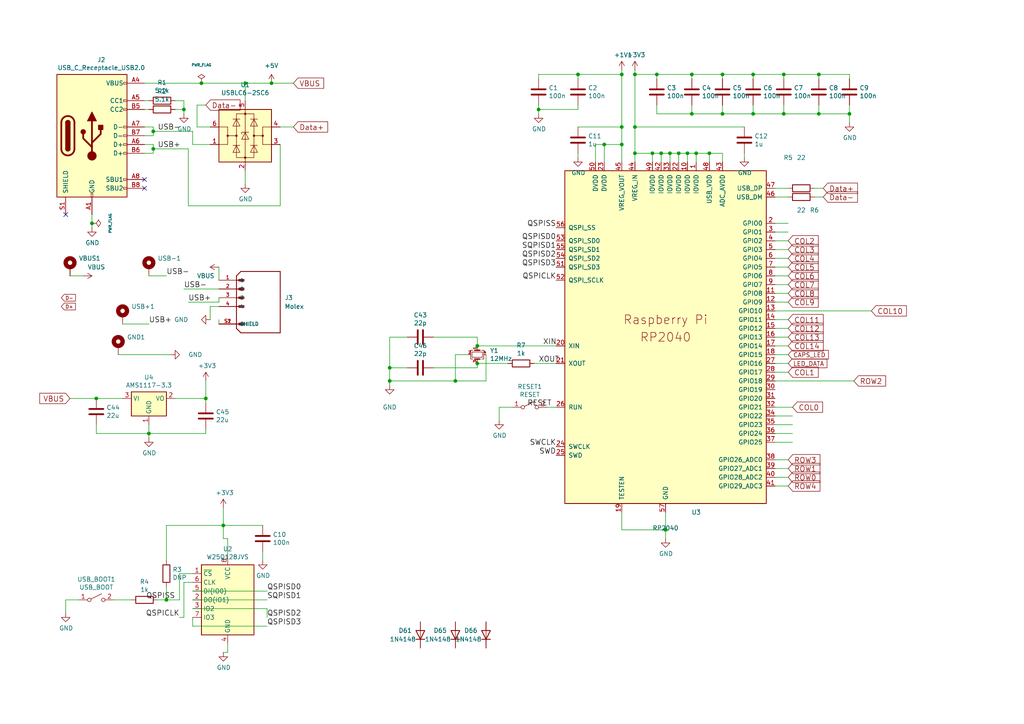
<source format=kicad_sch>
(kicad_sch (version 20230121) (generator eeschema)
  (paper "A4")
  (lib_symbols
    (symbol "0781710004:0781710004" (pin_names (offset 1.016))
      (property "Reference" "J" (at 0 8.89 0))
      (property "Value" "0781710004" (at 0 -12.7 0))
      (symbol "0781710004_0_0"
        (pin passive line (at -5.08 5.08 0) (length 5.08) (name "1") (number "1"))
        (pin passive line (at -5.08 2.54 0) (length 5.08) (name "2") (number "2"))
        (pin passive line (at -5.08 0 0) (length 5.08) (name "3") (number "3"))
        (pin passive line (at -5.08 -2.54 0) (length 5.08) (name "4") (number "4"))
        (pin passive line (at -5.08 -7.62 0) (length 5.08) (name "SHIELD") (number "S1"))
        (pin passive line (at -5.08 -7.62 0) (length 5.08) (name "SHIELD") (number "S2"))
      )
    )
    (symbol "Connector:USB_C_Receptacle_USB2.0" (pin_names (offset 1.016))
      (property "Reference" "J" (at -10.16 19.05 0))
      (property "Value" "USB_C_Receptacle_USB2.0" (at 19.05 19.05 0))
      (symbol "USB_C_Receptacle_USB2.0_1_1"
        (pin passive line (at 0 -22.86 90) (length 5.08) (name "GND") (number "A1"))
        (pin passive line (at 0 -22.86 90) (length 5.08) hide (name "GND") (number "A12"))
        (pin passive line (at 15.24 15.24 180) (length 5.08) (name "VBUS") (number "A4"))
        (pin bidirectional line (at 15.24 10.16 180) (length 5.08) (name "CC1") (number "A5"))
        (pin bidirectional line (at 15.24 -2.54 180) (length 5.08) (name "D+") (number "A6"))
        (pin bidirectional line (at 15.24 2.54 180) (length 5.08) (name "D-") (number "A7"))
        (pin bidirectional line (at 15.24 -12.7 180) (length 5.08) (name "SBU1") (number "A8"))
        (pin passive line (at 15.24 15.24 180) (length 5.08) hide (name "VBUS") (number "A9"))
        (pin passive line (at 0 -22.86 90) (length 5.08) hide (name "GND") (number "B1"))
        (pin passive line (at 0 -22.86 90) (length 5.08) hide (name "GND") (number "B12"))
        (pin passive line (at 15.24 15.24 180) (length 5.08) hide (name "VBUS") (number "B4"))
        (pin bidirectional line (at 15.24 7.62 180) (length 5.08) (name "CC2") (number "B5"))
        (pin bidirectional line (at 15.24 -5.08 180) (length 5.08) (name "D+") (number "B6"))
        (pin bidirectional line (at 15.24 0 180) (length 5.08) (name "D-") (number "B7"))
        (pin bidirectional line (at 15.24 -15.24 180) (length 5.08) (name "SBU2") (number "B8"))
        (pin passive line (at 15.24 15.24 180) (length 5.08) hide (name "VBUS") (number "B9"))
        (pin passive line (at -7.62 -22.86 90) (length 5.08) (name "SHIELD") (number "S1"))
      )
    )
    (symbol "Device:C" (pin_numbers hide) (pin_names (offset 0.254))
      (property "Reference" "C" (at 0.635 2.54 0))
      (property "Value" "C" (at 0.635 -2.54 0))
      (symbol "C_1_1"
        (pin passive line (at 0 3.81 270) (length 2.794) (name "~") (number "1"))
        (pin passive line (at 0 -3.81 90) (length 2.794) (name "~") (number "2"))
      )
    )
    (symbol "Device:Crystal_GND24_Small" (pin_names (offset 1.016) hide)
      (property "Reference" "Y" (at 1.27 4.445 0))
      (property "Value" "Crystal_GND24_Small" (at 1.27 2.54 0))
      (symbol "Crystal_GND24_Small_1_1"
        (pin passive line (at -2.54 0 0) (length 1.27) (name "1") (number "1"))
        (pin passive line (at 0 -2.54 90) (length 0.635) (name "2") (number "2"))
        (pin passive line (at 2.54 0 180) (length 1.27) (name "3") (number "3"))
        (pin passive line (at 0 2.54 270) (length 0.635) (name "4") (number "4"))
      )
    )
    (symbol "Device:R" (pin_numbers hide) (pin_names (offset 0))
      (property "Reference" "R" (at 2.032 0 90))
      (property "Value" "R" (at 0 0 90))
      (symbol "R_1_1"
        (pin passive line (at 0 3.81 270) (length 1.27) (name "~") (number "1"))
        (pin passive line (at 0 -3.81 90) (length 1.27) (name "~") (number "2"))
      )
    )
    (symbol "MCU_RaspberryPi_RP2040:RP2040" (pin_names (offset 1.016))
      (property "Reference" "U" (at -29.21 49.53 0))
      (property "Value" "RP2040" (at 24.13 -49.53 0))
      (symbol "RP2040_0_0"
        (text "Raspberry Pi" (at 0 5.08 0) (effects (font (size 2.54 2.54))))
        (text "RP2040" (at 0 0 0) (effects (font (size 2.54 2.54))))
      )
      (symbol "RP2040_1_1"
        (pin power_in line (at 8.89 50.8 270) (length 2.54) (name "IOVDD") (number "1"))
        (pin power_in line (at 6.35 50.8 270) (length 2.54) (name "IOVDD") (number "10"))
        (pin bidirectional line (at 31.75 12.7 180) (length 2.54) (name "GPIO8") (number "11"))
        (pin bidirectional line (at 31.75 10.16 180) (length 2.54) (name "GPIO9") (number "12"))
        (pin bidirectional line (at 31.75 7.62 180) (length 2.54) (name "GPIO10") (number "13"))
        (pin bidirectional line (at 31.75 5.08 180) (length 2.54) (name "GPIO11") (number "14"))
        (pin bidirectional line (at 31.75 2.54 180) (length 2.54) (name "GPIO12") (number "15"))
        (pin bidirectional line (at 31.75 0 180) (length 2.54) (name "GPIO13") (number "16"))
        (pin bidirectional line (at 31.75 -2.54 180) (length 2.54) (name "GPIO14") (number "17"))
        (pin bidirectional line (at 31.75 -5.08 180) (length 2.54) (name "GPIO15") (number "18"))
        (pin passive line (at -12.7 -50.8 90) (length 2.54) (name "TESTEN") (number "19"))
        (pin bidirectional line (at 31.75 33.02 180) (length 2.54) (name "GPIO0") (number "2"))
        (pin input line (at -31.75 -2.54 0) (length 2.54) (name "XIN") (number "20"))
        (pin passive line (at -31.75 -7.62 0) (length 2.54) (name "XOUT") (number "21"))
        (pin power_in line (at 3.81 50.8 270) (length 2.54) (name "IOVDD") (number "22"))
        (pin power_in line (at -17.78 50.8 270) (length 2.54) (name "DVDD") (number "23"))
        (pin output line (at -31.75 -31.75 0) (length 2.54) (name "SWCLK") (number "24"))
        (pin bidirectional line (at -31.75 -34.29 0) (length 2.54) (name "SWD") (number "25"))
        (pin input line (at -31.75 -20.32 0) (length 2.54) (name "RUN") (number "26"))
        (pin bidirectional line (at 31.75 -7.62 180) (length 2.54) (name "GPIO16") (number "27"))
        (pin bidirectional line (at 31.75 -10.16 180) (length 2.54) (name "GPIO17") (number "28"))
        (pin bidirectional line (at 31.75 -12.7 180) (length 2.54) (name "GPIO18") (number "29"))
        (pin bidirectional line (at 31.75 30.48 180) (length 2.54) (name "GPIO1") (number "3"))
        (pin bidirectional line (at 31.75 -15.24 180) (length 2.54) (name "GPIO19") (number "30"))
        (pin bidirectional line (at 31.75 -17.78 180) (length 2.54) (name "GPIO20") (number "31"))
        (pin bidirectional line (at 31.75 -20.32 180) (length 2.54) (name "GPIO21") (number "32"))
        (pin power_in line (at 1.27 50.8 270) (length 2.54) (name "IOVDD") (number "33"))
        (pin bidirectional line (at 31.75 -22.86 180) (length 2.54) (name "GPIO22") (number "34"))
        (pin bidirectional line (at 31.75 -25.4 180) (length 2.54) (name "GPIO23") (number "35"))
        (pin bidirectional line (at 31.75 -27.94 180) (length 2.54) (name "GPIO24") (number "36"))
        (pin bidirectional line (at 31.75 -30.48 180) (length 2.54) (name "GPIO25") (number "37"))
        (pin bidirectional line (at 31.75 -35.56 180) (length 2.54) (name "GPIO26_ADC0") (number "38"))
        (pin bidirectional line (at 31.75 -38.1 180) (length 2.54) (name "GPIO27_ADC1") (number "39"))
        (pin bidirectional line (at 31.75 27.94 180) (length 2.54) (name "GPIO2") (number "4"))
        (pin bidirectional line (at 31.75 -40.64 180) (length 2.54) (name "GPIO28_ADC2") (number "40"))
        (pin bidirectional line (at 31.75 -43.18 180) (length 2.54) (name "GPIO29_ADC3") (number "41"))
        (pin power_in line (at -1.27 50.8 270) (length 2.54) (name "IOVDD") (number "42"))
        (pin power_in line (at 16.51 50.8 270) (length 2.54) (name "ADC_AVDD") (number "43"))
        (pin power_in line (at -8.89 50.8 270) (length 2.54) (name "VREG_IN") (number "44"))
        (pin power_out line (at -12.7 50.8 270) (length 2.54) (name "VREG_VOUT") (number "45"))
        (pin bidirectional line (at 31.75 40.64 180) (length 2.54) (name "USB_DM") (number "46"))
        (pin bidirectional line (at 31.75 43.18 180) (length 2.54) (name "USB_DP") (number "47"))
        (pin power_in line (at 12.7 50.8 270) (length 2.54) (name "USB_VDD") (number "48"))
        (pin power_in line (at -3.81 50.8 270) (length 2.54) (name "IOVDD") (number "49"))
        (pin bidirectional line (at 31.75 25.4 180) (length 2.54) (name "GPIO3") (number "5"))
        (pin power_in line (at -20.32 50.8 270) (length 2.54) (name "DVDD") (number "50"))
        (pin bidirectional line (at -31.75 20.32 0) (length 2.54) (name "QSPI_SD3") (number "51"))
        (pin output line (at -31.75 16.51 0) (length 2.54) (name "QSPI_SCLK") (number "52"))
        (pin bidirectional line (at -31.75 27.94 0) (length 2.54) (name "QSPI_SD0") (number "53"))
        (pin bidirectional line (at -31.75 22.86 0) (length 2.54) (name "QSPI_SD2") (number "54"))
        (pin bidirectional line (at -31.75 25.4 0) (length 2.54) (name "QSPI_SD1") (number "55"))
        (pin bidirectional line (at -31.75 31.75 0) (length 2.54) (name "QSPI_SS") (number "56"))
        (pin power_in line (at 0 -50.8 90) (length 2.54) (name "GND") (number "57"))
        (pin bidirectional line (at 31.75 22.86 180) (length 2.54) (name "GPIO4") (number "6"))
        (pin bidirectional line (at 31.75 20.32 180) (length 2.54) (name "GPIO5") (number "7"))
        (pin bidirectional line (at 31.75 17.78 180) (length 2.54) (name "GPIO6") (number "8"))
        (pin bidirectional line (at 31.75 15.24 180) (length 2.54) (name "GPIO7") (number "9"))
      )
    )
    (symbol "Mechanical:MountingHole_Pad" (pin_numbers hide) (pin_names (offset 1.016) hide)
      (property "Reference" "H" (at 0 6.35 0))
      (property "Value" "MountingHole_Pad" (at 0 4.445 0))
      (symbol "MountingHole_Pad_1_1"
        (pin input line (at 0 -2.54 90) (length 2.54) (name "1") (number "1"))
      )
    )
    (symbol "Memory_Flash:W25Q128JVS"
      (property "Reference" "U" (at -8.89 8.89 0))
      (property "Value" "W25Q128JVS" (at 7.62 8.89 0))
      (symbol "W25Q128JVS_1_1"
        (pin input line (at -10.16 7.62 0) (length 2.54) (name "~{CS}") (number "1"))
        (pin bidirectional line (at -10.16 0 0) (length 2.54) (name "DO(IO1)") (number "2"))
        (pin bidirectional line (at -10.16 -2.54 0) (length 2.54) (name "IO2") (number "3"))
        (pin power_in line (at 0 -12.7 90) (length 2.54) (name "GND") (number "4"))
        (pin bidirectional line (at -10.16 2.54 0) (length 2.54) (name "DI(IO0)") (number "5"))
        (pin input line (at -10.16 5.08 0) (length 2.54) (name "CLK") (number "6"))
        (pin bidirectional line (at -10.16 -5.08 0) (length 2.54) (name "IO3") (number "7"))
        (pin power_in line (at 0 12.7 270) (length 2.54) (name "VCC") (number "8"))
      )
    )
    (symbol "Power:GND" (power) (pin_names (offset 0))
      (property "Value" "GND" (at 0 -3.81 0))
      (symbol "GND_1_1"
        (pin power_in line (at 0 0 270) (length 0) hide (name "GND") (number "1"))
      )
    )
    (symbol "Power:VBUS" (power) (pin_names (offset 0))
      (property "Value" "VBUS" (at 0 3.81 0))
      (symbol "VBUS_1_1"
        (pin power_in line (at 0 0 90) (length 0) hide (name "VBUS") (number "1"))
      )
    )
    (symbol "Power_Protection:USBLC6-2SC6" (pin_names hide)
      (property "Reference" "U" (at 2.54 8.89 0))
      (property "Value" "USBLC6-2SC6" (at 2.54 -8.89 0))
      (symbol "USBLC6-2SC6_1_1"
        (pin passive line (at -10.16 -2.54 0) (length 2.54) (name "I/O1") (number "1"))
        (pin passive line (at 0 -10.16 90) (length 2.54) (name "GND") (number "2"))
        (pin passive line (at 10.16 -2.54 180) (length 2.54) (name "I/O2") (number "3"))
        (pin passive line (at 10.16 2.54 180) (length 2.54) (name "I/O2") (number "4"))
        (pin passive line (at 0 10.16 270) (length 2.54) (name "VBUS") (number "5"))
        (pin passive line (at -10.16 2.54 0) (length 2.54) (name "I/O1") (number "6"))
      )
    )
    (symbol "Regulator_Linear:AMS1117-3.3"
      (property "Reference" "U" (at -3.81 3.175 0))
      (property "Value" "AMS1117-3.3" (at 0 3.175 0))
      (symbol "AMS1117-3.3_1_1"
        (pin power_in line (at 0 -7.62 90) (length 2.54) (name "GND") (number "1"))
        (pin power_out line (at 7.62 0 180) (length 2.54) (name "VO") (number "2"))
        (pin power_in line (at -7.62 0 0) (length 2.54) (name "VI") (number "3"))
      )
    )
    (symbol "Switch:SW_SPST" (pin_names (offset 0) hide)
      (property "Reference" "SW" (at 0 3.175 0))
      (property "Value" "SW_SPST" (at 0 -2.54 0))
      (symbol "SW_SPST_1_1"
        (pin passive line (at -5.08 0 0) (length 2.54) (name "A") (number "1"))
        (pin passive line (at 5.08 0 180) (length 2.54) (name "B") (number "2"))
      )
    )
    (symbol "bakeneko-60-pcb-rescue:D-Device" (pin_numbers hide) (pin_names (offset 1.016) hide)
      (property "Reference" "D" (at 0 2.54 0))
      (property "Value" "D-Device" (at 0 -2.54 0))
      (symbol "D-Device_1_1"
        (pin passive line (at -3.81 0 0) (length 2.54) (name "K") (number "1"))
        (pin passive line (at 3.81 0 180) (length 2.54) (name "A") (number "2"))
      )
    )
    (symbol "bakeneko-60-pcb-rescue:SW_SPST-Switch" (pin_names (offset 0) hide)
      (property "Reference" "SW" (at 0 3.175 0))
      (property "Value" "SW_SPST-Switch" (at 0 -2.54 0))
      (symbol "SW_SPST-Switch_1_1"
        (pin passive line (at -5.08 0 0) (length 2.54) (name "A") (number "1"))
        (pin passive line (at 5.08 0 180) (length 2.54) (name "B") (number "2"))
      )
    )
    (symbol "power:+1V1" (power) (pin_names (offset 0))
      (property "Value" "+1V1" (at 0 3.556 0))
      (symbol "+1V1_1_1"
        (pin power_in line (at 0 0 90) (length 0) hide (name "+1V1") (number "1"))
      )
    )
    (symbol "power:+3V3" (power) (pin_names (offset 0))
      (property "Value" "+3V3" (at 0 3.556 0))
      (symbol "+3V3_1_1"
        (pin power_in line (at 0 0 90) (length 0) hide (name "+3V3") (number "1"))
      )
    )
    (symbol "power:+5V" (power) (pin_names (offset 0))
      (property "Value" "+5V" (at 0 3.556 0))
      (symbol "+5V_1_1"
        (pin power_in line (at 0 0 90) (length 0) hide (name "+5V") (number "1"))
      )
    )
    (symbol "power:GND" (power) (pin_names (offset 0))
      (property "Value" "GND" (at 0 -3.81 0))
      (symbol "GND_1_1"
        (pin power_in line (at 0 0 270) (length 0) hide (name "GND") (number "1"))
      )
    )
    (symbol "power:PWR_FLAG" (power) (pin_numbers hide) (pin_names (offset 0) hide)
      (property "Value" "PWR_FLAG" (at 0 3.81 0))
      (symbol "PWR_FLAG_0_0"
        (pin power_out line (at 0 0 90) (length 0) (name "pwr") (number "1"))
      )
    )
  )
  (junction (at 367.03 269.24))
  (junction (at 203.2 297.18))
  (junction (at 370.84 261.62))
  (junction (at 203.2 261.62))
  (junction (at 353.06 269.24))
  (junction (at 27.94 115.57))
  (junction (at 58.42 24.13))
  (junction (at 199.39 44.45))
  (junction (at 255.27 287.02))
  (junction (at 367.03 251.46))
  (junction (at 227.33 21.59))
  (junction (at 213.36 304.8))
  (junction (at 245.11 261.62))
  (junction (at 184.15 36.83))
  (junction (at 231.14 261.62))
  (junction (at 180.34 21.59))
  (junction (at 300.99 243.84))
  (junction (at 356.87 261.62))
  (junction (at 218.44 33.02))
  (junction (at 241.3 251.46))
  (junction (at 311.15 287.02))
  (junction (at 199.39 287.02))
  (junction (at 273.05 243.84))
  (junction (at 246.38 33.02))
  (junction (at 227.33 287.02))
  (junction (at 255.27 269.24))
  (junction (at 217.17 297.18))
  (junction (at 227.33 269.24))
  (junction (at 300.99 279.4))
  (junction (at 199.39 269.24))
  (junction (at 297.18 251.46))
  (junction (at 283.21 322.58))
  (junction (at 113.03 106.68))
  (junction (at 200.66 33.02))
  (junction (at 269.24 304.8))
  (junction (at 259.08 243.84))
  (junction (at 64.77 152.4))
  (junction (at 367.03 297.18))
  (junction (at 199.39 322.58))
  (junction (at 245.11 279.4))
  (junction (at 184.15 21.59))
  (junction (at 311.15 251.46))
  (junction (at 132.08 110.49))
  (junction (at 370.84 297.18))
  (junction (at 273.05 297.18))
  (junction (at 189.23 275.59))
  (junction (at 273.05 261.62))
  (junction (at 189.23 297.18))
  (junction (at 241.3 287.02))
  (junction (at 287.02 243.84))
  (junction (at 218.44 21.59))
  (junction (at 191.77 44.45))
  (junction (at 138.43 100.33))
  (junction (at 241.3 304.8))
  (junction (at 342.9 279.4))
  (junction (at 328.93 261.62))
  (junction (at 269.24 251.46))
  (junction (at 193.04 153.67))
  (junction (at 44.45 38.1))
  (junction (at 283.21 269.24))
  (junction (at 342.9 297.18))
  (junction (at 297.18 269.24))
  (junction (at 189.23 293.37))
  (junction (at 353.06 304.8))
  (junction (at 370.84 274.32))
  (junction (at 53.34 31.75))
  (junction (at 297.18 287.02))
  (junction (at 283.21 304.8))
  (junction (at 370.84 243.84))
  (junction (at 255.27 304.8))
  (junction (at 189.23 261.62))
  (junction (at 213.36 322.58))
  (junction (at 367.03 304.8))
  (junction (at 189.23 243.84))
  (junction (at 48.26 173.99))
  (junction (at 342.9 243.84))
  (junction (at 314.96 243.84))
  (junction (at 356.87 243.84))
  (junction (at 231.14 243.84))
  (junction (at 167.64 21.59))
  (junction (at 245.11 243.84))
  (junction (at 381 279.4))
  (junction (at 184.15 44.45))
  (junction (at 199.39 251.46))
  (junction (at 213.36 269.24))
  (junction (at 259.08 261.62))
  (junction (at 199.39 304.8))
  (junction (at 44.45 43.18))
  (junction (at 203.2 243.84))
  (junction (at 26.67 64.77))
  (junction (at 241.3 269.24))
  (junction (at 384.81 243.84))
  (junction (at 339.09 269.24))
  (junction (at 59.69 115.57))
  (junction (at 273.05 279.4))
  (junction (at 227.33 304.8))
  (junction (at 217.17 243.84))
  (junction (at 189.23 44.45))
  (junction (at 314.96 261.62))
  (junction (at 339.09 287.02))
  (junction (at 203.2 279.4))
  (junction (at 200.66 21.59))
  (junction (at 113.03 110.49))
  (junction (at 231.14 279.4))
  (junction (at 339.09 251.46))
  (junction (at 325.12 269.24))
  (junction (at 394.97 243.84))
  (junction (at 180.34 41.91))
  (junction (at 367.03 322.58))
  (junction (at 209.55 21.59))
  (junction (at 325.12 287.02))
  (junction (at 43.18 125.73))
  (junction (at 217.17 261.62))
  (junction (at 199.39 279.4))
  (junction (at 353.06 251.46))
  (junction (at 370.84 279.4))
  (junction (at 237.49 21.59))
  (junction (at 339.09 304.8))
  (junction (at 205.74 44.45))
  (junction (at 199.39 297.18))
  (junction (at 237.49 33.02))
  (junction (at 227.33 33.02))
  (junction (at 381 261.62))
  (junction (at 356.87 307.34))
  (junction (at 71.12 24.13))
  (junction (at 287.02 279.4))
  (junction (at 311.15 269.24))
  (junction (at 300.99 261.62))
  (junction (at 227.33 322.58))
  (junction (at 189.23 279.4))
  (junction (at 190.5 21.59))
  (junction (at 269.24 269.24))
  (junction (at 217.17 279.4))
  (junction (at 259.08 279.4))
  (junction (at 283.21 251.46))
  (junction (at 342.9 261.62))
  (junction (at 381 251.46))
  (junction (at 209.55 33.02))
  (junction (at 213.36 287.02))
  (junction (at 180.34 36.83))
  (junction (at 255.27 251.46))
  (junction (at 311.15 304.8))
  (junction (at 353.06 287.02))
  (junction (at 138.43 105.41))
  (junction (at 297.18 304.8))
  (junction (at 353.06 322.58))
  (junction (at 194.31 44.45))
  (junction (at 213.36 251.46))
  (junction (at 78.74 24.13))
  (junction (at 269.24 287.02))
  (junction (at 325.12 304.8))
  (junction (at 227.33 251.46))
  (junction (at 314.96 279.4))
  (junction (at 201.93 44.45))
  (junction (at 328.93 243.84))
  (junction (at 283.21 287.02))
  (junction (at 287.02 261.62))
  (junction (at 328.93 279.4))
  (junction (at 196.85 44.45))
  (junction (at 370.84 257.81))
  (junction (at 325.12 251.46))
  (junction (at 156.21 31.75))
  (junction (at 175.26 41.91))
  (junction (at 356.87 297.18))
  (no_connect (at 41.91 52.07))
  (no_connect (at 19.05 62.23))
  (no_connect (at 41.91 54.61))
  (wire (pts (xy 356.87 261.62) (xy 356.87 297.18)))
  (wire (pts (xy 135.89 102.87) (xy 132.08 102.87)))
  (wire (pts (xy 209.55 46.99) (xy 209.55 44.45)))
  (wire (pts (xy 245.11 279.4) (xy 245.11 297.18)))
  (wire (pts (xy 194.31 46.99) (xy 194.31 44.45)))
  (wire (pts (xy 63.5 92.71) (xy 63.5 93.98)))
  (wire (pts (xy 26.67 64.77) (xy 26.67 66.04)))
  (wire (pts (xy 161.29 105.41) (xy 154.94 105.41)))
  (wire (pts (xy 199.39 44.45) (xy 196.85 44.45)))
  (wire (pts (xy 367.03 251.46) (xy 353.06 251.46)))
  (wire (pts (xy 227.33 22.86) (xy 227.33 21.59)))
  (wire (pts (xy 224.79 72.39) (xy 228.6 72.39)))
  (wire (pts (xy 283.21 269.24) (xy 297.18 269.24)))
  (wire (pts (xy 196.85 44.45) (xy 194.31 44.45)))
  (wire (pts (xy 287.02 279.4) (xy 287.02 261.62)))
  (wire (pts (xy 44.45 36.83) (xy 44.45 38.1)))
  (wire (pts (xy 59.69 125.73) (xy 43.18 125.73)))
  (wire (pts (xy 311.15 304.8) (xy 325.12 304.8)))
  (wire (pts (xy 63.5 87.63) (xy 63.5 86.36)))
  (wire (pts (xy 43.18 125.73) (xy 43.18 127)))
  (wire (pts (xy 44.45 39.37) (xy 41.91 39.37)))
  (wire (pts (xy 325.12 304.8) (xy 339.09 304.8)))
  (wire (pts (xy 356.87 307.34) (xy 356.87 334.01)))
  (wire (pts (xy 55.88 181.61) (xy 55.88 179.07)))
  (wire (pts (xy 384.81 243.84) (xy 384.81 254)))
  (wire (pts (xy 300.99 243.84) (xy 300.99 228.6)))
  (wire (pts (xy 199.39 269.24) (xy 213.36 269.24)))
  (wire (pts (xy 241.3 269.24) (xy 255.27 269.24)))
  (wire (pts (xy 199.39 293.37) (xy 199.39 297.18)))
  (wire (pts (xy 191.77 46.99) (xy 191.77 44.45)))
  (wire (pts (xy 167.64 304.8) (xy 199.39 304.8)))
  (wire (pts (xy 20.32 115.57) (xy 27.94 115.57)))
  (wire (pts (xy 180.34 46.99) (xy 180.34 41.91)))
  (wire (pts (xy 217.17 297.18) (xy 217.17 334.01)))
  (wire (pts (xy 224.79 118.11) (xy 229.87 118.11)))
  (wire (pts (xy 394.97 297.18) (xy 394.97 288.29)))
  (wire (pts (xy 228.6 95.25) (xy 224.79 95.25)))
  (wire (pts (xy 339.09 304.8) (xy 353.06 304.8)))
  (wire (pts (xy 50.8 31.75) (xy 53.34 31.75)))
  (wire (pts (xy 203.2 279.4) (xy 203.2 261.62)))
  (wire (pts (xy 370.84 274.32) (xy 370.84 279.4)))
  (wire (pts (xy 140.97 102.87) (xy 140.97 110.49)))
  (wire (pts (xy 55.88 38.1) (xy 44.45 38.1)))
  (wire (pts (xy 342.9 279.4) (xy 342.9 261.62)))
  (wire (pts (xy 24.13 80.01) (xy 20.32 80.01)))
  (wire (pts (xy 209.55 44.45) (xy 205.74 44.45)))
  (wire (pts (xy 189.23 279.4) (xy 189.23 293.37)))
  (wire (pts (xy 237.49 22.86) (xy 237.49 21.59)))
  (wire (pts (xy 273.05 297.18) (xy 273.05 334.01)))
  (wire (pts (xy 236.22 54.61) (xy 238.76 54.61)))
  (wire (pts (xy 213.36 322.58) (xy 199.39 322.58)))
  (wire (pts (xy 229.87 128.27) (xy 224.79 128.27)))
  (wire (pts (xy 328.93 243.84) (xy 328.93 261.62)))
  (wire (pts (xy 224.79 120.65) (xy 229.87 120.65)))
  (wire (pts (xy 231.14 279.4) (xy 231.14 261.62)))
  (wire (pts (xy 370.84 297.18) (xy 370.84 279.4)))
  (wire (pts (xy 55.88 171.45) (xy 77.47 171.45)))
  (wire (pts (xy 44.45 43.18) (xy 54.61 43.18)))
  (wire (pts (xy 355.6 334.01) (xy 355.6 314.96)))
  (wire (pts (xy 342.9 261.62) (xy 342.9 243.84)))
  (wire (pts (xy 218.44 30.48) (xy 218.44 33.02)))
  (wire (pts (xy 224.79 105.41) (xy 228.6 105.41)))
  (wire (pts (xy 273.05 243.84) (xy 273.05 261.62)))
  (wire (pts (xy 384.81 254) (xy 398.78 254)))
  (wire (pts (xy 81.28 41.91) (xy 81.28 59.69)))
  (wire (pts (xy 33.02 173.99) (xy 38.1 173.99)))
  (wire (pts (xy 241.3 287.02) (xy 227.33 287.02)))
  (wire (pts (xy 64.77 152.4) (xy 48.26 152.4)))
  (wire (pts (xy 339.09 269.24) (xy 353.06 269.24)))
  (wire (pts (xy 381 274.32) (xy 381 279.4)))
  (wire (pts (xy 229.87 334.01) (xy 227.33 334.01)))
  (wire (pts (xy 132.08 102.87) (xy 132.08 110.49)))
  (wire (pts (xy 156.21 21.59) (xy 156.21 22.86)))
  (wire (pts (xy 209.55 30.48) (xy 209.55 33.02)))
  (wire (pts (xy 50.8 29.21) (xy 53.34 29.21)))
  (wire (pts (xy 200.66 33.02) (xy 209.55 33.02)))
  (wire (pts (xy 342.9 297.18) (xy 342.9 279.4)))
  (wire (pts (xy 19.05 173.99) (xy 19.05 177.8)))
  (wire (pts (xy 201.93 334.01) (xy 199.39 334.01)))
  (wire (pts (xy 384.81 297.18) (xy 384.81 307.34)))
  (wire (pts (xy 218.44 21.59) (xy 209.55 21.59)))
  (wire (pts (xy 161.29 100.33) (xy 138.43 100.33)))
  (wire (pts (xy 52.07 166.37) (xy 55.88 166.37)))
  (wire (pts (xy 381 314.96) (xy 383.54 314.96)))
  (wire (pts (xy 311.15 287.02) (xy 297.18 287.02)))
  (wire (pts (xy 381 251.46) (xy 367.03 251.46)))
  (wire (pts (xy 167.64 251.46) (xy 199.39 251.46)))
  (wire (pts (xy 355.6 314.96) (xy 353.06 314.96)))
  (wire (pts (xy 140.97 110.49) (xy 132.08 110.49)))
  (wire (pts (xy 314.96 228.6) (xy 314.96 243.84)))
  (wire (pts (xy 59.69 115.57) (xy 59.69 116.84)))
  (wire (pts (xy 255.27 287.02) (xy 241.3 287.02)))
  (wire (pts (xy 199.39 304.8) (xy 213.36 304.8)))
  (wire (pts (xy 370.84 297.18) (xy 370.84 334.01)))
  (wire (pts (xy 367.03 304.8) (xy 381 304.8)))
  (wire (pts (xy 255.27 304.8) (xy 269.24 304.8)))
  (wire (pts (xy 227.33 21.59) (xy 218.44 21.59)))
  (wire (pts (xy 53.34 179.07) (xy 53.34 168.91)))
  (wire (pts (xy 184.15 44.45) (xy 184.15 36.83)))
  (wire (pts (xy 48.26 152.4) (xy 48.26 162.56)))
  (wire (pts (xy 245.11 228.6) (xy 245.11 243.84)))
  (wire (pts (xy 273.05 228.6) (xy 273.05 243.84)))
  (wire (pts (xy 55.88 173.99) (xy 77.47 173.99)))
  (wire (pts (xy 246.38 30.48) (xy 246.38 33.02)))
  (wire (pts (xy 215.9 36.83) (xy 184.15 36.83)))
  (wire (pts (xy 52.07 173.99) (xy 48.26 173.99)))
  (wire (pts (xy 27.94 125.73) (xy 43.18 125.73)))
  (wire (pts (xy 300.99 279.4) (xy 300.99 261.62)))
  (wire (pts (xy 283.21 251.46) (xy 269.24 251.46)))
  (wire (pts (xy 205.74 46.99) (xy 205.74 44.45)))
  (wire (pts (xy 237.49 30.48) (xy 237.49 33.02)))
  (wire (pts (xy 53.34 29.21) (xy 53.34 31.75)))
  (wire (pts (xy 224.79 74.93) (xy 228.6 74.93)))
  (wire (pts (xy 269.24 251.46) (xy 255.27 251.46)))
  (wire (pts (xy 64.77 152.4) (xy 64.77 156.21)))
  (wire (pts (xy 224.79 85.09) (xy 228.6 85.09)))
  (wire (pts (xy 245.11 261.62) (xy 245.11 279.4)))
  (wire (pts (xy 41.91 29.21) (xy 43.18 29.21)))
  (wire (pts (xy 57.15 36.83) (xy 57.15 30.48)))
  (wire (pts (xy 224.79 125.73) (xy 229.87 125.73)))
  (wire (pts (xy 189.23 243.84) (xy 189.23 261.62)))
  (wire (pts (xy 228.6 102.87) (xy 224.79 102.87)))
  (wire (pts (xy 199.39 314.96) (xy 201.93 314.96)))
  (wire (pts (xy 213.36 304.8) (xy 227.33 304.8)))
  (wire (pts (xy 167.64 21.59) (xy 156.21 21.59)))
  (wire (pts (xy 297.18 269.24) (xy 311.15 269.24)))
  (wire (pts (xy 328.93 261.62) (xy 328.93 279.4)))
  (wire (pts (xy 138.43 105.41) (xy 138.43 106.68)))
  (wire (pts (xy 60.96 36.83) (xy 57.15 36.83)))
  (wire (pts (xy 231.14 243.84) (xy 231.14 228.6)))
  (wire (pts (xy 58.42 24.13) (xy 71.12 24.13)))
  (wire (pts (xy 228.6 100.33) (xy 224.79 100.33)))
  (wire (pts (xy 201.93 44.45) (xy 199.39 44.45)))
  (wire (pts (xy 209.55 33.02) (xy 218.44 33.02)))
  (wire (pts (xy 64.77 147.32) (xy 64.77 152.4)))
  (wire (pts (xy 167.64 22.86) (xy 167.64 21.59)))
  (wire (pts (xy 26.67 62.23) (xy 26.67 64.77)))
  (wire (pts (xy 227.33 251.46) (xy 213.36 251.46)))
  (wire (pts (xy 43.18 31.75) (xy 41.91 31.75)))
  (wire (pts (xy 370.84 261.62) (xy 370.84 274.32)))
  (wire (pts (xy 194.31 44.45) (xy 191.77 44.45)))
  (wire (pts (xy 167.64 30.48) (xy 167.64 31.75)))
  (wire (pts (xy 229.87 123.19) (xy 224.79 123.19)))
  (wire (pts (xy 57.15 30.48) (xy 59.69 30.48)))
  (wire (pts (xy 203.2 261.62) (xy 203.2 243.84)))
  (wire (pts (xy 356.87 297.18) (xy 356.87 307.34)))
  (wire (pts (xy 217.17 279.4) (xy 217.17 297.18)))
  (wire (pts (xy 184.15 46.99) (xy 184.15 44.45)))
  (wire (pts (xy 394.97 288.29) (xy 367.03 288.29)))
  (wire (pts (xy 201.93 314.96) (xy 201.93 334.01)))
  (wire (pts (xy 224.79 69.85) (xy 228.6 69.85)))
  (wire (pts (xy 172.72 41.91) (xy 175.26 41.91)))
  (wire (pts (xy 77.47 179.07) (xy 77.47 176.53)))
  (wire (pts (xy 213.36 287.02) (xy 199.39 287.02)))
  (wire (pts (xy 60.96 41.91) (xy 55.88 41.91)))
  (wire (pts (xy 189.23 44.45) (xy 184.15 44.45)))
  (wire (pts (xy 215.9 314.96) (xy 215.9 334.01)))
  (wire (pts (xy 144.78 118.11) (xy 144.78 121.92)))
  (wire (pts (xy 34.29 102.87) (xy 49.53 102.87)))
  (wire (pts (xy 41.91 24.13) (xy 58.42 24.13)))
  (wire (pts (xy 367.03 322.58) (xy 353.06 322.58)))
  (wire (pts (xy 224.79 138.43) (xy 228.6 138.43)))
  (wire (pts (xy 228.6 87.63) (xy 224.79 87.63)))
  (wire (pts (xy 269.24 287.02) (xy 255.27 287.02)))
  (wire (pts (xy 64.77 189.23) (xy 66.04 189.23)))
  (wire (pts (xy 311.15 251.46) (xy 297.18 251.46)))
  (wire (pts (xy 246.38 22.86) (xy 246.38 21.59)))
  (wire (pts (xy 287.02 297.18) (xy 287.02 279.4)))
  (wire (pts (xy 356.87 228.6) (xy 356.87 243.84)))
  (wire (pts (xy 297.18 287.02) (xy 283.21 287.02)))
  (wire (pts (xy 200.66 22.86) (xy 200.66 21.59)))
  (wire (pts (xy 394.97 251.46) (xy 381 251.46)))
  (wire (pts (xy 217.17 243.84) (xy 217.17 261.62)))
  (wire (pts (xy 227.33 304.8) (xy 241.3 304.8)))
  (wire (pts (xy 342.9 297.18) (xy 342.9 334.01)))
  (wire (pts (xy 48.26 170.18) (xy 48.26 173.99)))
  (wire (pts (xy 383.54 314.96) (xy 383.54 334.01)))
  (wire (pts (xy 113.03 110.49) (xy 113.03 111.76)))
  (wire (pts (xy 383.54 334.01) (xy 381 334.01)))
  (wire (pts (xy 44.45 41.91) (xy 44.45 43.18)))
  (wire (pts (xy 50.8 115.57) (xy 59.69 115.57)))
  (wire (pts (xy 158.75 118.11) (xy 161.29 118.11)))
  (wire (pts (xy 41.91 36.83) (xy 44.45 36.83)))
  (wire (pts (xy 43.18 80.01) (xy 48.26 80.01)))
  (wire (pts (xy 394.97 234.95) (xy 394.97 243.84)))
  (wire (pts (xy 224.79 77.47) (xy 228.6 77.47)))
  (wire (pts (xy 53.34 168.91) (xy 55.88 168.91)))
  (wire (pts (xy 138.43 97.79) (xy 125.73 97.79)))
  (wire (pts (xy 215.9 44.45) (xy 215.9 45.72)))
  (wire (pts (xy 66.04 156.21) (xy 66.04 161.29)))
  (wire (pts (xy 287.02 261.62) (xy 287.02 243.84)))
  (wire (pts (xy 328.93 228.6) (xy 328.93 243.84)))
  (wire (pts (xy 259.08 261.62) (xy 259.08 243.84)))
  (wire (pts (xy 311.15 269.24) (xy 325.12 269.24)))
  (wire (pts (xy 190.5 33.02) (xy 200.66 33.02)))
  (wire (pts (xy 224.79 110.49) (xy 247.65 110.49)))
  (wire (pts (xy 167.64 44.45) (xy 167.64 45.72)))
  (wire (pts (xy 241.3 251.46) (xy 227.33 251.46)))
  (wire (pts (xy 325.12 287.02) (xy 311.15 287.02)))
  (wire (pts (xy 59.69 110.49) (xy 59.69 115.57)))
  (wire (pts (xy 54.61 43.18) (xy 54.61 59.69)))
  (wire (pts (xy 180.34 21.59) (xy 180.34 20.32)))
  (wire (pts (xy 118.11 106.68) (xy 113.03 106.68)))
  (wire (pts (xy 41.91 41.91) (xy 44.45 41.91)))
  (wire (pts (xy 227.33 314.96) (xy 229.87 314.96)))
  (wire (pts (xy 369.57 314.96) (xy 369.57 334.01)))
  (wire (pts (xy 224.79 140.97) (xy 228.6 140.97)))
  (wire (pts (xy 189.23 275.59) (xy 189.23 279.4)))
  (wire (pts (xy 353.06 269.24) (xy 367.03 269.24)))
  (wire (pts (xy 381 322.58) (xy 367.03 322.58)))
  (wire (pts (xy 167.64 322.58) (xy 199.39 322.58)))
  (wire (pts (xy 189.23 46.99) (xy 189.23 44.45)))
  (wire (pts (xy 300.99 297.18) (xy 300.99 279.4)))
  (wire (pts (xy 367.03 288.29) (xy 367.03 297.18)))
  (wire (pts (xy 339.09 251.46) (xy 325.12 251.46)))
  (wire (pts (xy 167.64 31.75) (xy 156.21 31.75)))
  (wire (pts (xy 138.43 100.33) (xy 138.43 97.79)))
  (wire (pts (xy 283.21 314.96) (xy 285.75 314.96)))
  (wire (pts (xy 325.12 287.02) (xy 339.09 287.02)))
  (wire (pts (xy 237.49 21.59) (xy 227.33 21.59)))
  (wire (pts (xy 77.47 181.61) (xy 55.88 181.61)))
  (wire (pts (xy 76.2 152.4) (xy 64.77 152.4)))
  (wire (pts (xy 231.14 261.62) (xy 231.14 243.84)))
  (wire (pts (xy 190.5 22.86) (xy 190.5 21.59)))
  (wire (pts (xy 71.12 49.53) (xy 71.12 53.34)))
  (wire (pts (xy 367.03 314.96) (xy 369.57 314.96)))
  (wire (pts (xy 52.07 173.99) (xy 52.07 166.37)))
  (wire (pts (xy 224.79 92.71) (xy 228.6 92.71)))
  (wire (pts (xy 283.21 322.58) (xy 353.06 322.58)))
  (wire (pts (xy 408.94 243.84) (xy 408.94 234.95)))
  (wire (pts (xy 297.18 304.8) (xy 311.15 304.8)))
  (wire (pts (xy 199.39 275.59) (xy 199.39 279.4)))
  (wire (pts (xy 66.04 189.23) (xy 66.04 186.69)))
  (wire (pts (xy 209.55 22.86) (xy 209.55 21.59)))
  (wire (pts (xy 71.12 24.13) (xy 71.12 29.21)))
  (wire (pts (xy 328.93 279.4) (xy 328.93 297.18)))
  (wire (pts (xy 245.11 243.84) (xy 245.11 261.62)))
  (wire (pts (xy 384.81 228.6) (xy 384.81 243.84)))
  (wire (pts (xy 199.39 269.24) (xy 167.64 269.24)))
  (wire (pts (xy 180.34 36.83) (xy 167.64 36.83)))
  (wire (pts (xy 259.08 243.84) (xy 259.08 228.6)))
  (wire (pts (xy 180.34 41.91) (xy 180.34 36.83)))
  (wire (pts (xy 78.74 24.13) (xy 85.09 24.13)))
  (wire (pts (xy 408.94 234.95) (xy 394.97 234.95)))
  (wire (pts (xy 196.85 46.99) (xy 196.85 44.45)))
  (wire (pts (xy 217.17 228.6) (xy 217.17 243.84)))
  (wire (pts (xy 227.33 269.24) (xy 241.3 269.24)))
  (wire (pts (xy 213.36 251.46) (xy 199.39 251.46)))
  (wire (pts (xy 209.55 21.59) (xy 200.66 21.59)))
  (wire (pts (xy 370.84 257.81) (xy 370.84 261.62)))
  (wire (pts (xy 353.06 304.8) (xy 367.03 304.8)))
  (wire (pts (xy 227.33 30.48) (xy 227.33 33.02)))
  (wire (pts (xy 203.2 243.84) (xy 203.2 228.6)))
  (wire (pts (xy 48.26 173.99) (xy 45.72 173.99)))
  (wire (pts (xy 193.04 153.67) (xy 193.04 156.21)))
  (wire (pts (xy 22.86 173.99) (xy 19.05 173.99)))
  (wire (pts (xy 231.14 297.18) (xy 231.14 279.4)))
  (wire (pts (xy 54.61 87.63) (xy 63.5 87.63)))
  (wire (pts (xy 224.79 54.61) (xy 228.6 54.61)))
  (wire (pts (xy 367.03 269.24) (xy 381 269.24)))
  (wire (pts (xy 113.03 97.79) (xy 113.03 106.68)))
  (wire (pts (xy 190.5 30.48) (xy 190.5 33.02)))
  (wire (pts (xy 283.21 304.8) (xy 297.18 304.8)))
  (wire (pts (xy 200.66 30.48) (xy 200.66 33.02)))
  (wire (pts (xy 246.38 21.59) (xy 237.49 21.59)))
  (wire (pts (xy 369.57 334.01) (xy 367.03 334.01)))
  (wire (pts (xy 384.81 307.34) (xy 356.87 307.34)))
  (wire (pts (xy 203.2 279.4) (xy 203.2 297.18)))
  (wire (pts (xy 180.34 36.83) (xy 180.34 21.59)))
  (wire (pts (xy 224.79 82.55) (xy 228.6 82.55)))
  (wire (pts (xy 201.93 46.99) (xy 201.93 44.45)))
  (wire (pts (xy 224.79 80.01) (xy 228.6 80.01)))
  (wire (pts (xy 241.3 304.8) (xy 255.27 304.8)))
  (wire (pts (xy 217.17 261.62) (xy 217.17 279.4)))
  (wire (pts (xy 175.26 41.91) (xy 180.34 41.91)))
  (wire (pts (xy 184.15 36.83) (xy 184.15 21.59)))
  (wire (pts (xy 148.59 118.11) (xy 144.78 118.11)))
  (wire (pts (xy 52.07 179.07) (xy 53.34 179.07)))
  (wire (pts (xy 353.06 251.46) (xy 339.09 251.46)))
  (wire (pts (xy 44.45 38.1) (xy 44.45 39.37)))
  (wire (pts (xy 53.34 83.82) (xy 63.5 83.82)))
  (wire (pts (xy 356.87 243.84) (xy 356.87 261.62)))
  (wire (pts (xy 53.34 31.75) (xy 53.34 33.02)))
  (wire (pts (xy 113.03 106.68) (xy 113.03 110.49)))
  (wire (pts (xy 213.36 269.24) (xy 227.33 269.24)))
  (wire (pts (xy 398.78 254) (xy 398.78 243.84)))
  (wire (pts (xy 259.08 279.4) (xy 259.08 261.62)))
  (wire (pts (xy 132.08 110.49) (xy 113.03 110.49)))
  (wire (pts (xy 255.27 251.46) (xy 241.3 251.46)))
  (wire (pts (xy 60.96 88.9) (xy 63.5 88.9)))
  (wire (pts (xy 224.79 64.77) (xy 228.6 64.77)))
  (wire (pts (xy 285.75 334.01) (xy 283.21 334.01)))
  (wire (pts (xy 224.79 90.17) (xy 252.73 90.17)))
  (wire (pts (xy 300.99 261.62) (xy 300.99 243.84)))
  (wire (pts (xy 193.04 148.59) (xy 193.04 153.67)))
  (wire (pts (xy 43.18 93.98) (xy 35.56 93.98)))
  (wire (pts (xy 269.24 304.8) (xy 283.21 304.8)))
  (wire (pts (xy 314.96 243.84) (xy 314.96 261.62)))
  (wire (pts (xy 156.21 31.75) (xy 156.21 30.48)))
  (wire (pts (xy 191.77 44.45) (xy 189.23 44.45)))
  (wire (pts (xy 370.84 228.6) (xy 370.84 243.84)))
  (wire (pts (xy 283.21 287.02) (xy 269.24 287.02)))
  (wire (pts (xy 342.9 243.84) (xy 342.9 228.6)))
  (wire (pts (xy 228.6 135.89) (xy 224.79 135.89)))
  (wire (pts (xy 147.32 105.41) (xy 138.43 105.41)))
  (wire (pts (xy 215.9 334.01) (xy 213.36 334.01)))
  (wire (pts (xy 27.94 123.19) (xy 27.94 125.73)))
  (wire (pts (xy 172.72 46.99) (xy 172.72 41.91)))
  (wire (pts (xy 184.15 21.59) (xy 184.15 20.32)))
  (wire (pts (xy 314.96 261.62) (xy 314.96 279.4)))
  (wire (pts (xy 228.6 107.95) (xy 224.79 107.95)))
  (wire (pts (xy 314.96 279.4) (xy 314.96 297.18)))
  (wire (pts (xy 238.76 57.15) (xy 236.22 57.15)))
  (wire (pts (xy 283.21 322.58) (xy 227.33 322.58)))
  (wire (pts (xy 175.26 46.99) (xy 175.26 41.91)))
  (wire (pts (xy 189.23 228.6) (xy 189.23 243.84)))
  (wire (pts (xy 325.12 269.24) (xy 339.09 269.24)))
  (wire (pts (xy 228.6 57.15) (xy 224.79 57.15)))
  (wire (pts (xy 189.23 297.18) (xy 189.23 334.01)))
  (wire (pts (xy 203.2 297.18) (xy 203.2 334.01)))
  (wire (pts (xy 353.06 334.01) (xy 355.6 334.01)))
  (wire (pts (xy 43.18 123.19) (xy 43.18 125.73)))
  (wire (pts (xy 370.84 243.84) (xy 370.84 257.81)))
  (wire (pts (xy 227.33 287.02) (xy 213.36 287.02)))
  (wire (pts (xy 167.64 287.02) (xy 199.39 287.02)))
  (wire (pts (xy 189.23 261.62) (xy 189.23 275.59)))
  (wire (pts (xy 224.79 97.79) (xy 228.6 97.79)))
  (wire (pts (xy 353.06 287.02) (xy 339.09 287.02)))
  (wire (pts (xy 255.27 269.24) (xy 269.24 269.24)))
  (wire (pts (xy 60.96 92.71) (xy 60.96 88.9)))
  (wire (pts (xy 227.33 33.02) (xy 237.49 33.02)))
  (wire (pts (xy 77.47 176.53) (xy 55.88 176.53)))
  (wire (pts (xy 156.21 33.02) (xy 156.21 31.75)))
  (wire (pts (xy 246.38 33.02) (xy 246.38 35.56)))
  (wire (pts (xy 180.34 21.59) (xy 167.64 21.59)))
  (wire (pts (xy 180.34 148.59) (xy 180.34 153.67)))
  (wire (pts (xy 189.23 293.37) (xy 189.23 297.18)))
  (wire (pts (xy 224.79 133.35) (xy 228.6 133.35)))
  (wire (pts (xy 190.5 21.59) (xy 184.15 21.59)))
  (wire (pts (xy 59.69 124.46) (xy 59.69 125.73)))
  (wire (pts (xy 381 257.81) (xy 381 261.62)))
  (wire (pts (xy 76.2 162.56) (xy 76.2 160.02)))
  (wire (pts (xy 118.11 97.79) (xy 113.03 97.79)))
  (wire (pts (xy 273.05 279.4) (xy 273.05 297.18)))
  (wire (pts (xy 27.94 115.57) (xy 35.56 115.57)))
  (wire (pts (xy 237.49 33.02) (xy 246.38 33.02)))
  (wire (pts (xy 218.44 22.86) (xy 218.44 21.59)))
  (wire (pts (xy 287.02 243.84) (xy 287.02 228.6)))
  (wire (pts (xy 200.66 21.59) (xy 190.5 21.59)))
  (wire (pts (xy 138.43 106.68) (xy 125.73 106.68)))
  (wire (pts (xy 259.08 297.18) (xy 259.08 279.4)))
  (wire (pts (xy 273.05 261.62) (xy 273.05 279.4)))
  (wire (pts (xy 66.04 156.21) (xy 64.77 156.21)))
  (wire (pts (xy 54.61 59.69) (xy 81.28 59.69)))
  (wire (pts (xy 269.24 269.24) (xy 283.21 269.24)))
  (wire (pts (xy 81.28 36.83) (xy 85.09 36.83)))
  (wire (pts (xy 229.87 314.96) (xy 229.87 334.01)))
  (wire (pts (xy 44.45 43.18) (xy 44.45 44.45)))
  (wire (pts (xy 180.34 153.67) (xy 193.04 153.67)))
  (wire (pts (xy 325.12 251.46) (xy 311.15 251.46)))
  (wire (pts (xy 224.79 67.31) (xy 228.6 67.31)))
  (wire (pts (xy 44.45 44.45) (xy 41.91 44.45)))
  (wire (pts (xy 353.06 287.02) (xy 381 287.02)))
  (wire (pts (xy 297.18 251.46) (xy 283.21 251.46)))
  (wire (pts (xy 55.88 41.91) (xy 55.88 38.1)))
  (wire (pts (xy 205.74 44.45) (xy 201.93 44.45)))
  (wire (pts (xy 213.36 314.96) (xy 215.9 314.96)))
  (wire (pts (xy 285.75 314.96) (xy 285.75 334.01)))
  (wire (pts (xy 199.39 46.99) (xy 199.39 44.45)))
  (wire (pts (xy 227.33 322.58) (xy 213.36 322.58)))
  (wire (pts (xy 71.12 24.13) (xy 78.74 24.13)))
  (wire (pts (xy 63.5 77.47) (xy 63.5 81.28)))
  (wire (pts (xy 218.44 33.02) (xy 227.33 33.02)))
  (label "RESET" (at 160.02 118.11 180) (effects (font (size 1.524 1.524))))
  (label "USB+" (at 54.61 87.63 0) (effects (font (size 1.524 1.524))))
  (label "SQPISD1" (at 161.29 72.39 180) (effects (font (size 1.524 1.524))))
  (label "QSPICLK" (at 52.07 179.07 180) (effects (font (size 1.524 1.524))))
  (label "QSPISS" (at 161.29 66.04 180) (effects (font (size 1.524 1.524))))
  (label "QSPISD2" (at 77.47 179.07 0) (effects (font (size 1.524 1.524))))
  (label "QSPISD0" (at 77.47 171.45 0) (effects (font (size 1.524 1.524))))
  (label "QSPISS" (at 50.8 173.99 180) (effects (font (size 1.524 1.524))))
  (label "QSPISD3" (at 161.29 77.47 180) (effects (font (size 1.524 1.524))))
  (label "SWD" (at 161.29 132.08 180) (effects (font (size 1.524 1.524))))
  (label "USB-" (at 53.34 83.82 0) (effects (font (size 1.524 1.524))))
  (label "USB+" (at 45.72 43.18 0) (effects (font (size 1.524 1.524))))
  (label "QSPISD0" (at 161.29 69.85 180) (effects (font (size 1.524 1.524))))
  (label "SWCLK" (at 161.29 129.54 180) (effects (font (size 1.524 1.524))))
  (label "USB+" (at 43.18 93.98 0) (effects (font (size 1.524 1.524))))
  (label "USB-" (at 48.26 80.01 0) (effects (font (size 1.524 1.524))))
  (label "QSPICLK" (at 161.29 81.28 180) (effects (font (size 1.524 1.524))))
  (label "SQPISD1" (at 77.47 173.99 0) (effects (font (size 1.524 1.524))))
  (label "XIN" (at 157.48 100.33 0) (effects (font (size 1.524 1.524))))
  (label "QSPISD2" (at 161.29 74.93 180) (effects (font (size 1.524 1.524))))
  (label "XOUT" (at 156.21 105.41 0) (effects (font (size 1.524 1.524))))
  (label "QSPISD3" (at 77.47 181.61 0) (effects (font (size 1.524 1.524))))
  (label "USB-" (at 45.72 38.1 0) (effects (font (size 1.524 1.524))))
  (global_label "VBUS" (shape input) (at 85.09 24.13 0) (effects (font (size 1.524 1.524))) (property "Intersheetrefs" "${INTERSHEET_REFS}" (effects hide)))
  (global_label "ROW2" (shape input) (at 167.64 287.02 180) (property "Intersheetrefs" "${INTERSHEET_REFS}" (effects hide)))
  (global_label "COL13" (shape input) (at 370.84 228.6 0) (property "Intersheetrefs" "${INTERSHEET_REFS}" (effects hide)))
  (global_label "COL2" (shape input) (at 228.6 69.85 0) (effects (font (size 1.524 1.524))) (property "Intersheetrefs" "${INTERSHEET_REFS}" (effects hide)))
  (global_label "COL10" (shape input) (at 252.73 90.17 0) (effects (font (size 1.524 1.524))) (property "Intersheetrefs" "${INTERSHEET_REFS}" (effects hide)))
  (global_label "COL11" (shape input) (at 342.9 228.6 0) (property "Intersheetrefs" "${INTERSHEET_REFS}" (effects hide)))
  (global_label "COL14" (shape input) (at 384.81 228.6 0) (property "Intersheetrefs" "${INTERSHEET_REFS}" (effects hide)))
  (global_label "ROW0" (shape input) (at 228.6 138.43 0) (effects (font (size 1.524 1.524))) (property "Intersheetrefs" "${INTERSHEET_REFS}" (effects hide)))
  (global_label "Data-" (shape input) (at 238.76 57.15 0) (effects (font (size 1.524 1.524))) (property "Intersheetrefs" "${INTERSHEET_REFS}" (effects hide)))
  (global_label "COL6" (shape input) (at 228.6 80.01 0) (effects (font (size 1.524 1.524))) (property "Intersheetrefs" "${INTERSHEET_REFS}" (effects hide)))
  (global_label "COL6" (shape input) (at 273.05 228.6 0) (property "Intersheetrefs" "${INTERSHEET_REFS}" (effects hide)))
  (global_label "COL0" (shape input) (at 189.23 228.6 0) (property "Intersheetrefs" "${INTERSHEET_REFS}" (effects hide)))
  (global_label "COL8" (shape input) (at 300.99 228.6 0) (property "Intersheetrefs" "${INTERSHEET_REFS}" (effects hide)))
  (global_label "Data+" (shape input) (at 238.76 54.61 0) (effects (font (size 1.524 1.524))) (property "Intersheetrefs" "${INTERSHEET_REFS}" (effects hide)))
  (global_label "VBUS" (shape input) (at 20.32 115.57 180) (effects (font (size 1.524 1.524))) (property "Intersheetrefs" "${INTERSHEET_REFS}" (effects hide)))
  (global_label "COL0" (shape input) (at 229.87 118.11 0) (effects (font (size 1.524 1.524))) (property "Intersheetrefs" "${INTERSHEET_REFS}" (effects hide)))
  (global_label "COL2" (shape input) (at 217.17 228.6 0) (property "Intersheetrefs" "${INTERSHEET_REFS}" (effects hide)))
  (global_label "ROW4" (shape input) (at 167.64 322.58 180) (property "Intersheetrefs" "${INTERSHEET_REFS}" (effects hide)))
  (global_label "COL13" (shape input) (at 228.6 97.79 0) (effects (font (size 1.524 1.524))) (property "Intersheetrefs" "${INTERSHEET_REFS}" (effects hide)))
  (global_label "COL1" (shape input) (at 228.6 107.95 0) (effects (font (size 1.524 1.524))) (property "Intersheetrefs" "${INTERSHEET_REFS}" (effects hide)))
  (global_label "CAPS_LED" (shape input) (at 228.6 102.87 0) (property "Intersheetrefs" "${INTERSHEET_REFS}" (effects hide)))
  (global_label "COL5" (shape input) (at 228.6 77.47 0) (effects (font (size 1.524 1.524))) (property "Intersheetrefs" "${INTERSHEET_REFS}" (effects hide)))
  (global_label "D+" (shape input) (at 17.78 88.9 0) (effects (font (size 0.9906 0.9906))) (property "Intersheetrefs" "${INTERSHEET_REFS}" (effects hide)))
  (global_label "COL1" (shape input) (at 203.2 228.6 0) (property "Intersheetrefs" "${INTERSHEET_REFS}" (effects hide)))
  (global_label "COL12" (shape input) (at 228.6 95.25 0) (effects (font (size 1.524 1.524))) (property "Intersheetrefs" "${INTERSHEET_REFS}" (effects hide)))
  (global_label "COL9" (shape input) (at 228.6 87.63 0) (effects (font (size 1.524 1.524))) (property "Intersheetrefs" "${INTERSHEET_REFS}" (effects hide)))
  (global_label "COL4" (shape input) (at 228.6 74.93 0) (effects (font (size 1.524 1.524))) (property "Intersheetrefs" "${INTERSHEET_REFS}" (effects hide)))
  (global_label "COL8" (shape input) (at 228.6 85.09 0) (effects (font (size 1.524 1.524))) (property "Intersheetrefs" "${INTERSHEET_REFS}" (effects hide)))
  (global_label "COL10" (shape input) (at 328.93 228.6 0) (property "Intersheetrefs" "${INTERSHEET_REFS}" (effects hide)))
  (global_label "LED_DATA" (shape input) (at 228.6 105.41 0) (property "Intersheetrefs" "${INTERSHEET_REFS}" (effects hide)))
  (global_label "ROW0" (shape input) (at 167.64 251.46 180) (property "Intersheetrefs" "${INTERSHEET_REFS}" (effects hide)))
  (global_label "D-" (shape input) (at 17.78 86.36 0) (effects (font (size 0.9906 0.9906))) (property "Intersheetrefs" "${INTERSHEET_REFS}" (effects hide)))
  (global_label "ROW1" (shape input) (at 228.6 135.89 0) (effects (font (size 1.524 1.524))) (property "Intersheetrefs" "${INTERSHEET_REFS}" (effects hide)))
  (global_label "ROW3" (shape input) (at 228.6 133.35 0) (effects (font (size 1.524 1.524))) (property "Intersheetrefs" "${INTERSHEET_REFS}" (effects hide)))
  (global_label "ROW4" (shape input) (at 228.6 140.97 0) (effects (font (size 1.524 1.524))) (property "Intersheetrefs" "${INTERSHEET_REFS}" (effects hide)))
  (global_label "COL14" (shape input) (at 228.6 100.33 0) (effects (font (size 1.524 1.524))) (property "Intersheetrefs" "${INTERSHEET_REFS}" (effects hide)))
  (global_label "COL7" (shape input) (at 228.6 82.55 0) (effects (font (size 1.524 1.524))) (property "Intersheetrefs" "${INTERSHEET_REFS}" (effects hide)))
  (global_label "Data-" (shape input) (at 59.69 30.48 0) (effects (font (size 1.524 1.524))) (property "Intersheetrefs" "${INTERSHEET_REFS}" (effects hide)))
  (global_label "COL12" (shape input) (at 356.87 228.6 0) (property "Intersheetrefs" "${INTERSHEET_REFS}" (effects hide)))
  (global_label "ROW3" (shape input) (at 167.64 304.8 180) (property "Intersheetrefs" "${INTERSHEET_REFS}" (effects hide)))
  (global_label "ROW1" (shape input) (at 167.64 269.24 180) (property "Intersheetrefs" "${INTERSHEET_REFS}" (effects hide)))
  (global_label "Data+" (shape input) (at 85.09 36.83 0) (effects (font (size 1.524 1.524))) (property "Intersheetrefs" "${INTERSHEET_REFS}" (effects hide)))
  (global_label "COL5" (shape input) (at 259.08 228.6 0) (property "Intersheetrefs" "${INTERSHEET_REFS}" (effects hide)))
  (global_label "COL3" (shape input) (at 228.6 72.39 0) (effects (font (size 1.524 1.524))) (property "Intersheetrefs" "${INTERSHEET_REFS}" (effects hide)))
  (global_label "COL4" (shape input) (at 245.11 228.6 0) (property "Intersheetrefs" "${INTERSHEET_REFS}" (effects hide)))
  (global_label "COL7" (shape input) (at 287.02 228.6 0) (property "Intersheetrefs" "${INTERSHEET_REFS}" (effects hide)))
  (global_label "COL9" (shape input) (at 314.96 228.6 0) (property "Intersheetrefs" "${INTERSHEET_REFS}" (effects hide)))
  (global_label "COL3" (shape input) (at 231.14 228.6 0) (property "Intersheetrefs" "${INTERSHEET_REFS}" (effects hide)))
  (global_label "ROW2" (shape input) (at 247.65 110.49 0) (effects (font (size 1.524 1.524))) (property "Intersheetrefs" "${INTERSHEET_REFS}" (effects hide)))
  (global_label "COL11" (shape input) (at 228.6 92.71 0) (effects (font (size 1.524 1.524))) (property "Intersheetrefs" "${INTERSHEET_REFS}" (effects hide)))
  (symbol (lib_id "bakeneko-60-pcb-rescue:SW_SPST-Switch") (at 403.86 243.84 0) (mirror y) (unit 1)
    (property "Reference" "MX16" (at 403.86 237.871 0))
    (property "Value" "2u" (at 403.86 240.1824 0))
    (property "Footprint" "MX_Only:MXOnly-2U-Hotswap" (effects hide))
  )
  (symbol (lib_id "Device:C") (at 215.9 40.64 0) (unit 1)
    (property "Reference" "C12" (at 218.821 39.4716 0) (effects (justify left)))
    (property "Value" "1u" (at 218.821 41.783 0) (effects (justify left)))
    (property "Footprint" "Capacitor_SMD:C_0603_1608Metric" (effects hide))
    (property "LCSC" "C15849" (effects hide))
  )
  (symbol (lib_id "bakeneko-60-pcb-rescue:SW_SPST-Switch") (at 208.28 334.01 0) (mirror y) (unit 1)
    (property "Reference" "MX72" (at 208.28 328.041 0))
    (property "Value" "1u" (at 208.28 330.3524 0))
    (property "Footprint" "MX_Only:MXOnly-1U-Hotswap" (effects hide))
  )
  (symbol (lib_id "Power:GND") (at 49.53 102.87 90) (unit 1)
    (property "Reference" "#PWR022" (effects hide))
    (property "Value" "GND" (at 54.61 102.87 90) (effects (justify right)))
  )
  (symbol (lib_id "bakeneko-60-pcb-rescue:D-Device") (at 283.21 300.99 90) (unit 1)
    (property "Reference" "D49" (at 276.86 299.72 90) (effects (justify right)))
    (property "Value" "1N4148" (at 274.32 302.26 90) (effects (justify right)))
    (property "Footprint" "Diode_SMD:D_SOD-123" (effects hide))
    (property "LCSC Part #" "C81598" (effects hide))
  )
  (symbol (lib_id "bakeneko-60-pcb-rescue:D-Device") (at 325.12 300.99 90) (unit 1)
    (property "Reference" "D52" (at 318.77 299.72 90) (effects (justify right)))
    (property "Value" "1N4148" (at 316.23 302.26 90) (effects (justify right)))
    (property "Footprint" "Diode_SMD:D_SOD-123" (effects hide))
    (property "LCSC Part #" "C81598" (effects hide))
  )
  (symbol (lib_id "bakeneko-60-pcb-rescue:D-Device") (at 199.39 283.21 90) (unit 1)
    (property "Reference" "D30" (at 193.04 281.94 90) (effects (justify right)))
    (property "Value" "1N4148" (at 190.5 284.48 90) (effects (justify right)))
    (property "Footprint" "Diode_SMD:D_SOD-123" (effects hide))
    (property "LCSC Part #" "C81598" (effects hide))
  )
  (symbol (lib_id "bakeneko-60-pcb-rescue:D-Device") (at 269.24 283.21 90) (unit 1)
    (property "Reference" "D35" (at 262.89 281.94 90) (effects (justify right)))
    (property "Value" "1N4148" (at 260.35 284.48 90) (effects (justify right)))
    (property "Footprint" "Diode_SMD:D_SOD-123" (effects hide))
    (property "LCSC Part #" "C81598" (effects hide))
  )
  (symbol (lib_id "bakeneko-60-pcb-rescue:SW_SPST-Switch") (at 236.22 261.62 0) (mirror y) (unit 1)
    (property "Reference" "MX21" (at 236.22 255.651 0))
    (property "Value" "1u" (at 236.22 257.9624 0))
    (property "Footprint" "MX_Only:MXOnly-1U-Hotswap" (effects hide))
  )
  (symbol (lib_id "Device:R") (at 232.41 54.61 270) (unit 1)
    (property "Reference" "R5" (at 228.6 45.72 90))
    (property "Value" "22" (at 232.41 45.72 90))
    (property "Footprint" "Resistor_SMD:R_0603_1608Metric" (effects hide))
    (property "LCSC" "C23345" (effects hide))
  )
  (symbol (lib_id "bakeneko-60-pcb-rescue:D-Device") (at 381 265.43 90) (unit 1)
    (property "Reference" "D29" (at 383.54 267.97 90) (effects (justify right)))
    (property "Value" "1N4148" (at 389.89 267.97 90) (effects (justify right)))
    (property "Footprint" "Diode_SMD:D_SOD-123" (effects hide))
    (property "LCSC Part #" "C81598" (effects hide))
  )
  (symbol (lib_id "bakeneko-60-pcb-rescue:D-Device") (at 325.12 247.65 90) (unit 1)
    (property "Reference" "D10" (at 318.77 246.38 90) (effects (justify right)))
    (property "Value" "1N4148" (at 316.23 248.92 90) (effects (justify right)))
    (property "Footprint" "Diode_SMD:D_SOD-123" (effects hide))
    (property "LCSC Part #" "C81598" (effects hide))
  )
  (symbol (lib_id "bakeneko-60-pcb-rescue:SW_SPST-Switch") (at 222.25 334.01 0) (mirror y) (unit 1)
    (property "Reference" "MX73" (at 222.25 328.041 0))
    (property "Value" "1.5u" (at 222.25 330.3524 0))
    (property "Footprint" "MX_Only:MXOnly-1.5U-Hotswap" (effects hide))
  )
  (symbol (lib_id "bakeneko-60-pcb-rescue:SW_SPST-Switch") (at 292.1 261.62 0) (mirror y) (unit 1)
    (property "Reference" "MX25" (at 292.1 255.651 0))
    (property "Value" "1u" (at 292.1 257.9624 0))
    (property "Footprint" "MX_Only:MXOnly-1U-Hotswap" (effects hide))
  )
  (symbol (lib_id "bakeneko-60-pcb-rescue:SW_SPST-Switch") (at 306.07 297.18 0) (mirror y) (unit 1)
    (property "Reference" "MX56" (at 306.07 291.211 0))
    (property "Value" "1u" (at 306.07 293.5224 0))
    (property "Footprint" "MX_Only:MXOnly-1U-Hotswap" (effects hide))
  )
  (symbol (lib_id "bakeneko-60-pcb-rescue:D-Device") (at 255.27 300.99 90) (unit 1)
    (property "Reference" "D47" (at 248.92 299.72 90) (effects (justify right)))
    (property "Value" "1N4148" (at 246.38 302.26 90) (effects (justify right)))
    (property "Footprint" "Diode_SMD:D_SOD-123" (effects hide))
    (property "LCSC Part #" "C81598" (effects hide))
  )
  (symbol (lib_id "bakeneko-60-pcb-rescue:D-Device") (at 297.18 247.65 90) (unit 1)
    (property "Reference" "D8" (at 290.83 246.38 90) (effects (justify right)))
    (property "Value" "1N4148" (at 288.29 248.92 90) (effects (justify right)))
    (property "Footprint" "Diode_SMD:D_SOD-123" (effects hide))
    (property "LCSC Part #" "C81598" (effects hide))
  )
  (symbol (lib_id "bakeneko-60-pcb-rescue:D-Device") (at 227.33 318.77 90) (unit 1)
    (property "Reference" "D59" (at 220.98 317.5 90) (effects (justify right)))
    (property "Value" "1N4148" (at 218.44 320.04 90) (effects (justify right)))
    (property "Footprint" "Diode_SMD:D_SOD-123" (effects hide))
    (property "LCSC Part #" "C81598" (effects hide))
  )
  (symbol (lib_id "bakeneko-60-pcb-rescue:D-Device") (at 132.08 184.15 90) (unit 1)
    (property "Reference" "D65" (at 125.73 182.88 90) (effects (justify right)))
    (property "Value" "1N4148" (at 123.19 185.42 90) (effects (justify right)))
    (property "Footprint" "Diode_SMD:D_SOD-123" (effects hide))
    (property "LCSC Part #" "C81598" (effects hide))
  )
  (symbol (lib_id "Device:C") (at 59.69 120.65 0) (unit 1)
    (property "Reference" "C45" (at 62.611 119.4816 0) (effects (justify left)))
    (property "Value" "22u" (at 62.611 121.793 0) (effects (justify left)))
    (property "Footprint" "Capacitor_SMD:C_0603_1608Metric" (effects hide))
    (property "LCSC" "C59461" (effects hide))
  )
  (symbol (lib_id "bakeneko-60-pcb-rescue:SW_SPST-Switch") (at 278.13 261.62 0) (mirror y) (unit 1)
    (property "Reference" "MX24" (at 278.13 255.651 0))
    (property "Value" "1u" (at 278.13 257.9624 0))
    (property "Footprint" "MX_Only:MXOnly-1U-Hotswap" (effects hide))
  )
  (symbol (lib_id "bakeneko-60-pcb-rescue:D-Device") (at 213.36 247.65 90) (unit 1)
    (property "Reference" "D2" (at 207.01 246.38 90) (effects (justify right)))
    (property "Value" "1N4148" (at 204.47 248.92 90) (effects (justify right)))
    (property "Footprint" "Diode_SMD:D_SOD-123" (effects hide))
    (property "LCSC Part #" "C81598" (effects hide))
  )
  (symbol (lib_id "bakeneko-60-pcb-rescue:D-Device") (at 199.39 247.65 90) (unit 1)
    (property "Reference" "D1" (at 193.04 246.38 90) (effects (justify right)))
    (property "Value" "1N4148" (at 190.5 248.92 90) (effects (justify right)))
    (property "Footprint" "Diode_SMD:D_SOD-123" (effects hide))
    (property "LCSC Part #" "C81598" (effects hide))
  )
  (symbol (lib_id "0781710004:0781710004") (at 68.58 86.36 0) (unit 1)
    (property "Reference" "J3" (at 82.55 86.36 0) (effects (justify left)))
    (property "Value" "Molex" (at 82.55 88.9 0) (effects (justify left)))
    (property "Footprint" "molex:MOLEX_0781710004" (effects hide))
    (property "MF" "Molex" (effects hide))
    (property "MAXIMUM_PACKAGE_HEIGHT" "1.52mm" (effects hide))
    (property "Package" "None" (effects hide))
    (property "Price" "None" (effects hide))
    (property "Check_prices" "https://www.snapeda.com/parts/781710004/Molex/view-part/?ref=eda" (effects hide))
    (property "STANDARD" "Manufacturer Recommendations" (effects hide))
    (property "PARTREV" "G" (effects hide))
    (property "SnapEDA_Link" "https://www.snapeda.com/parts/781710004/Molex/view-part/?ref=snap" (effects hide))
    (property "MP" "781710004" (effects hide))
    (property "Description" "\nConn Wire to Board HDR 4 POS 1.2mm Solder ST Top Entry SMD Pico-EZmate™ T/R\n" (effects hide))
    (property "Availability" "In Stock" (effects hide))
    (property "MANUFACTURER" "MOLEX" (effects hide))
  )
  (symbol (lib_id "bakeneko-60-pcb-rescue:D-Device") (at 297.18 265.43 90) (unit 1)
    (property "Reference" "D23" (at 290.83 264.16 90) (effects (justify right)))
    (property "Value" "1N4148" (at 288.29 266.7 90) (effects (justify right)))
    (property "Footprint" "Diode_SMD:D_SOD-123" (effects hide))
    (property "LCSC Part #" "C81598" (effects hide))
  )
  (symbol (lib_id "bakeneko-60-pcb-rescue:D-Device") (at 227.33 300.99 90) (unit 1)
    (property "Reference" "D45" (at 220.98 299.72 90) (effects (justify right)))
    (property "Value" "1N4148" (at 218.44 302.26 90) (effects (justify right)))
    (property "Footprint" "Diode_SMD:D_SOD-123" (effects hide))
    (property "LCSC Part #" "C81598" (effects hide))
  )
  (symbol (lib_id "bakeneko-60-pcb-rescue:D-Device") (at 353.06 283.21 90) (unit 1)
    (property "Reference" "D41" (at 346.71 281.94 90) (effects (justify right)))
    (property "Value" "1N4148" (at 344.17 284.48 90) (effects (justify right)))
    (property "Footprint" "Diode_SMD:D_SOD-123" (effects hide))
    (property "LCSC Part #" "C81598" (effects hide))
  )
  (symbol (lib_id "power:GND") (at 113.03 111.76 0) (unit 1)
    (property "Reference" "#PWR019" (effects hide))
    (property "Value" "GND" (at 113.03 118.11 0))
  )
  (symbol (lib_id "bakeneko-60-pcb-rescue:D-Device") (at 311.15 247.65 90) (unit 1)
    (property "Reference" "D9" (at 304.8 246.38 90) (effects (justify right)))
    (property "Value" "1N4148" (at 302.26 248.92 90) (effects (justify right)))
    (property "Footprint" "Diode_SMD:D_SOD-123" (effects hide))
    (property "LCSC Part #" "C81598" (effects hide))
  )
  (symbol (lib_id "bakeneko-60-pcb-rescue:SW_SPST-Switch") (at 320.04 279.4 0) (mirror y) (unit 1)
    (property "Reference" "MX43" (at 320.04 273.431 0))
    (property "Value" "1u" (at 320.04 275.7424 0))
    (property "Footprint" "MX_Only:MXOnly-1U-Hotswap" (effects hide))
  )
  (symbol (lib_id "Device:C") (at 121.92 97.79 270) (unit 1)
    (property "Reference" "C43" (at 121.92 91.3892 90))
    (property "Value" "22p" (at 121.92 93.7006 90))
    (property "Footprint" "Capacitor_SMD:C_0603_1608Metric" (effects hide))
    (property "LCSC" "C1653" (effects hide))
  )
  (symbol (lib_id "Device:R") (at 46.99 29.21 270) (unit 1)
    (property "Reference" "R1" (at 46.99 23.9522 90))
    (property "Value" "5.1k" (at 46.99 26.2636 90))
    (property "Footprint" "Resistor_SMD:R_0603_1608Metric" (effects hide))
    (property "LCSC" "C23186" (effects hide))
  )
  (symbol (lib_id "bakeneko-60-pcb-rescue:D-Device") (at 213.36 283.21 90) (unit 1)
    (property "Reference" "D31" (at 207.01 281.94 90) (effects (justify right)))
    (property "Value" "1N4148" (at 204.47 284.48 90) (effects (justify right)))
    (property "Footprint" "Diode_SMD:D_SOD-123" (effects hide))
    (property "LCSC Part #" "C81598" (effects hide))
  )
  (symbol (lib_id "bakeneko-60-pcb-rescue:D-Device") (at 367.03 318.77 90) (unit 1)
    (property "Reference" "D63" (at 360.68 317.5 90) (effects (justify right)))
    (property "Value" "1N4148" (at 358.14 320.04 90) (effects (justify right)))
    (property "Footprint" "Diode_SMD:D_SOD-123" (effects hide))
    (property "LCSC Part #" "C81598" (effects hide))
  )
  (symbol (lib_id "bakeneko-60-pcb-rescue:SW_SPST-Switch") (at 278.13 279.4 0) (mirror y) (unit 1)
    (property "Reference" "MX40" (at 278.13 273.431 0))
    (property "Value" "1u" (at 278.13 275.7424 0))
    (property "Footprint" "MX_Only:MXOnly-1U-Hotswap" (effects hide))
  )
  (symbol (lib_id "Connector:USB_C_Receptacle_USB2.0") (at 26.67 39.37 0) (unit 1)
    (property "Reference" "J2" (at 29.3878 17.3482 0))
    (property "Value" "USB_C_Receptacle_USB2.0" (at 29.3878 19.6596 0))
    (property "Footprint" "Connector_USB:USB_C_Receptacle_GCT_USB4085" (effects hide))
    (property "Datasheet" "https://www.usb.org/sites/default/files/documents/usb_type-c.zip" (effects hide))
  )
  (symbol (lib_id "bakeneko-60-pcb-rescue:SW_SPST-Switch") (at 306.07 243.84 0) (mirror y) (unit 1)
    (property "Reference" "MX9" (at 306.07 237.871 0))
    (property "Value" "1u" (at 306.07 240.1824 0))
    (property "Footprint" "MX_Only:MXOnly-1U-Hotswap" (effects hide))
  )
  (symbol (lib_id "power:GND") (at 71.12 53.34 0) (unit 1)
    (property "Reference" "#PWR012" (effects hide))
    (property "Value" "GND" (at 71.247 57.7342 0))
  )
  (symbol (lib_id "Device:C") (at 167.64 26.67 0) (unit 1)
    (property "Reference" "C2" (at 170.561 25.5016 0) (effects (justify left)))
    (property "Value" "100n" (at 170.561 27.813 0) (effects (justify left)))
    (property "Footprint" "Capacitor_SMD:C_0603_1608Metric" (effects hide))
    (property "LCSC" "C14663" (effects hide))
  )
  (symbol (lib_id "bakeneko-60-pcb-rescue:D-Device") (at 283.21 265.43 90) (unit 1)
    (property "Reference" "D22" (at 276.86 264.16 90) (effects (justify right)))
    (property "Value" "1N4148" (at 274.32 266.7 90) (effects (justify right)))
    (property "Footprint" "Diode_SMD:D_SOD-123" (effects hide))
    (property "LCSC Part #" "C81598" (effects hide))
  )
  (symbol (lib_id "bakeneko-60-pcb-rescue:SW_SPST-Switch") (at 361.95 243.84 0) (mirror y) (unit 1)
    (property "Reference" "MX13" (at 361.95 237.871 0))
    (property "Value" "1u" (at 361.95 240.1824 0))
    (property "Footprint" "MX_Only:MXOnly-1U-Hotswap" (effects hide))
  )
  (symbol (lib_id "bakeneko-60-pcb-rescue:D-Device") (at 353.06 300.99 90) (unit 1)
    (property "Reference" "D54" (at 346.71 299.72 90) (effects (justify right)))
    (property "Value" "1N4148" (at 344.17 302.26 90) (effects (justify right)))
    (property "Footprint" "Diode_SMD:D_SOD-123" (effects hide))
    (property "LCSC Part #" "C81598" (effects hide))
  )
  (symbol (lib_id "bakeneko-60-pcb-rescue:D-Device") (at 269.24 247.65 90) (unit 1)
    (property "Reference" "D6" (at 262.89 246.38 90) (effects (justify right)))
    (property "Value" "1N4148" (at 260.35 248.92 90) (effects (justify right)))
    (property "Footprint" "Diode_SMD:D_SOD-123" (effects hide))
    (property "LCSC Part #" "C81598" (effects hide))
  )
  (symbol (lib_id "bakeneko-60-pcb-rescue:SW_SPST-Switch") (at 208.28 261.62 0) (mirror y) (unit 1)
    (property "Reference" "MX19" (at 208.28 255.651 0))
    (property "Value" "1u" (at 208.28 257.9624 0))
    (property "Footprint" "MX_Only:MXOnly-1U-Hotswap" (effects hide))
  )
  (symbol (lib_id "bakeneko-60-pcb-rescue:SW_SPST-Switch") (at 222.25 279.4 0) (mirror y) (unit 1)
    (property "Reference" "MX36" (at 222.25 273.431 0))
    (property "Value" "1u" (at 222.25 275.7424 0))
    (property "Footprint" "MX_Only:MXOnly-1U-Hotswap" (effects hide))
  )
  (symbol (lib_id "Device:R") (at 232.41 57.15 270) (unit 1)
    (property "Reference" "R6" (at 236.22 60.96 90))
    (property "Value" "22" (at 232.41 60.96 90))
    (property "Footprint" "Resistor_SMD:R_0603_1608Metric" (effects hide))
    (property "LCSC" "C23345" (effects hide))
  )
  (symbol (lib_id "bakeneko-60-pcb-rescue:D-Device") (at 283.21 247.65 90) (unit 1)
    (property "Reference" "D7" (at 276.86 246.38 90) (effects (justify right)))
    (property "Value" "1N4148" (at 274.32 248.92 90) (effects (justify right)))
    (property "Footprint" "Diode_SMD:D_SOD-123" (effects hide))
    (property "LCSC Part #" "C81598" (effects hide))
  )
  (symbol (lib_id "bakeneko-60-pcb-rescue:SW_SPST-Switch") (at 236.22 243.84 0) (mirror y) (unit 1)
    (property "Reference" "MX4" (at 236.22 237.871 0))
    (property "Value" "1u" (at 236.22 240.1824 0))
    (property "Footprint" "MX_Only:MXOnly-1U-Hotswap" (effects hide))
  )
  (symbol (lib_id "Device:C") (at 218.44 26.67 0) (unit 1)
    (property "Reference" "C6" (at 221.361 25.5016 0) (effects (justify left)))
    (property "Value" "100n" (at 221.361 27.813 0) (effects (justify left)))
    (property "Footprint" "Capacitor_SMD:C_0603_1608Metric" (effects hide))
    (property "LCSC" "C14663" (effects hide))
  )
  (symbol (lib_id "power:GND") (at 64.77 189.23 0) (unit 1)
    (property "Reference" "#PWR014" (effects hide))
    (property "Value" "GND" (at 64.897 193.6242 0))
  )
  (symbol (lib_id "bakeneko-60-pcb-rescue:SW_SPST-Switch") (at 306.07 279.4 0) (mirror y) (unit 1)
    (property "Reference" "MX42" (at 306.07 273.431 0))
    (property "Value" "1u" (at 306.07 275.7424 0))
    (property "Footprint" "MX_Only:MXOnly-1U-Hotswap" (effects hide))
  )
  (symbol (lib_id "bakeneko-60-pcb-rescue:SW_SPST-Switch") (at 292.1 243.84 0) (mirror y) (unit 1)
    (property "Reference" "MX8" (at 292.1 237.871 0))
    (property "Value" "1u" (at 292.1 240.1824 0))
    (property "Footprint" "MX_Only:MXOnly-1U-Hotswap" (effects hide))
  )
  (symbol (lib_id "power:GND") (at 246.38 35.56 0) (unit 1)
    (property "Reference" "#PWR06" (effects hide))
    (property "Value" "GND" (at 246.507 39.9542 0))
  )
  (symbol (lib_id "bakeneko-60-pcb-rescue:SW_SPST-Switch") (at 278.13 243.84 0) (mirror y) (unit 1)
    (property "Reference" "MX7" (at 278.13 237.871 0))
    (property "Value" "1u" (at 278.13 240.1824 0))
    (property "Footprint" "MX_Only:MXOnly-1U-Hotswap" (effects hide))
  )
  (symbol (lib_id "Switch:SW_SPST") (at 153.67 118.11 0) (unit 1)
    (property "Reference" "RESET1" (at 153.67 112.141 0))
    (property "Value" "RESET" (at 153.67 114.4524 0))
    (property "Footprint" "Button_Switch_SMD:SW_SPST_TL3342" (effects hide))
    (property "LCSC" "C318884" (effects hide))
  )
  (symbol (lib_id "bakeneko-60-pcb-rescue:SW_SPST-Switch") (at 334.01 261.62 0) (mirror y) (unit 1)
    (property "Reference" "MX28" (at 334.01 255.651 0))
    (property "Value" "1u" (at 334.01 257.9624 0))
    (property "Footprint" "MX_Only:MXOnly-1U-Hotswap" (effects hide))
  )
  (symbol (lib_id "bakeneko-60-pcb-rescue:SW_SPST-Switch") (at 347.98 334.01 0) (mirror y) (unit 1)
    (property "Reference" "MX75" (at 347.98 328.041 0))
    (property "Value" "1.5u" (at 347.98 330.3524 0))
    (property "Footprint" "MX_Only:MXOnly-1.5U-Hotswap" (effects hide))
  )
  (symbol (lib_id "bakeneko-60-pcb-rescue:SW_SPST-Switch") (at 292.1 297.18 0) (mirror y) (unit 1)
    (property "Reference" "MX55" (at 292.1 291.211 0))
    (property "Value" "1u" (at 292.1 293.5224 0))
    (property "Footprint" "MX_Only:MXOnly-1U-Hotswap" (effects hide))
  )
  (symbol (lib_id "bakeneko-60-pcb-rescue:SW_SPST-Switch") (at 250.19 243.84 0) (mirror y) (unit 1)
    (property "Reference" "MX5" (at 250.19 237.871 0))
    (property "Value" "1u" (at 250.19 240.1824 0))
    (property "Footprint" "MX_Only:MXOnly-1U-Hotswap" (effects hide))
  )
  (symbol (lib_id "bakeneko-60-pcb-rescue:D-Device") (at 213.36 265.43 90) (unit 1)
    (property "Reference" "D17" (at 207.01 264.16 90) (effects (justify right)))
    (property "Value" "1N4148" (at 204.47 266.7 90) (effects (justify right)))
    (property "Footprint" "Diode_SMD:D_SOD-123" (effects hide))
    (property "LCSC Part #" "C81598" (effects hide))
  )
  (symbol (lib_id "bakeneko-60-pcb-rescue:SW_SPST-Switch") (at 375.92 257.81 0) (mirror x) (unit 1)
    (property "Reference" "MX33" (at 394.97 257.81 0))
    (property "Value" "ISO_ENTER" (at 387.35 257.81 0))
    (property "Footprint" "MX_Only:MXOnly-ISO-Hotswap-ReversedStabilizers" (effects hide))
  )
  (symbol (lib_id "bakeneko-60-pcb-rescue:D-Device") (at 394.97 247.65 90) (unit 1)
    (property "Reference" "D15" (at 388.62 246.38 90) (effects (justify right)))
    (property "Value" "1N4148" (at 386.08 248.92 90) (effects (justify right)))
    (property "Footprint" "Diode_SMD:D_SOD-123" (effects hide))
    (property "LCSC Part #" "C81598" (effects hide))
  )
  (symbol (lib_id "Mechanical:MountingHole_Pad") (at 43.18 77.47 0) (unit 1)
    (property "Reference" "USB-1" (at 45.72 74.93 0) (effects (justify left)))
    (property "Value" "MountingHole_Pad" (effects hide))
    (property "Footprint" "Library_RS:SMD" (effects hide))
  )
  (symbol (lib_id "bakeneko-60-pcb-rescue:SW_SPST-Switch") (at 306.07 261.62 0) (mirror y) (unit 1)
    (property "Reference" "MX26" (at 306.07 255.651 0))
    (property "Value" "1u" (at 306.07 257.9624 0))
    (property "Footprint" "MX_Only:MXOnly-1U-Hotswap" (effects hide))
  )
  (symbol (lib_id "bakeneko-60-pcb-rescue:D-Device") (at 283.21 318.77 90) (unit 1)
    (property "Reference" "D60" (at 276.86 317.5 90) (effects (justify right)))
    (property "Value" "1N4148" (at 274.32 320.04 90) (effects (justify right)))
    (property "Footprint" "Diode_SMD:D_SOD-123" (effects hide))
    (property "LCSC Part #" "C81598" (effects hide))
  )
  (symbol (lib_id "bakeneko-60-pcb-rescue:D-Device") (at 241.3 247.65 90) (unit 1)
    (property "Reference" "D4" (at 234.95 246.38 90) (effects (justify right)))
    (property "Value" "1N4148" (at 232.41 248.92 90) (effects (justify right)))
    (property "Footprint" "Diode_SMD:D_SOD-123" (effects hide))
    (property "LCSC Part #" "C81598" (effects hide))
  )
  (symbol (lib_id "bakeneko-60-pcb-rescue:SW_SPST-Switch") (at 347.98 279.4 0) (mirror y) (unit 1)
    (property "Reference" "MX45" (at 347.98 273.431 0))
    (property "Value" "1u" (at 347.98 275.7424 0))
    (property "Footprint" "MX_Only:MXOnly-1U-Hotswap" (effects hide))
  )
  (symbol (lib_id "bakeneko-60-pcb-rescue:SW_SPST-Switch") (at 292.1 279.4 0) (mirror y) (unit 1)
    (property "Reference" "MX41" (at 292.1 273.431 0))
    (property "Value" "1u" (at 292.1 275.7424 0))
    (property "Footprint" "MX_Only:MXOnly-1U-Hotswap" (effects hide))
  )
  (symbol (lib_id "bakeneko-60-pcb-rescue:SW_SPST-Switch") (at 320.04 297.18 0) (mirror y) (unit 1)
    (property "Reference" "MX57" (at 320.04 291.211 0))
    (property "Value" "1u" (at 320.04 293.5224 0))
    (property "Footprint" "MX_Only:MXOnly-1U-Hotswap" (effects hide))
  )
  (symbol (lib_id "Power_Protection:USBLC6-2SC6") (at 71.12 39.37 0) (unit 1)
    (property "Reference" "U1" (at 71.12 24.6126 0))
    (property "Value" "USBLC6-2SC6" (at 71.12 26.924 0))
    (property "Footprint" "Package_TO_SOT_SMD:SOT-23-6" (effects hide))
    (property "Datasheet" "https://www.st.com/resource/en/datasheet/usblc6-2.pdf" (effects hide))
    (property "LCSC" "C558442" (effects hide))
  )
  (symbol (lib_id "bakeneko-60-pcb-rescue:SW_SPST-Switch") (at 278.13 297.18 0) (mirror y) (unit 1)
    (property "Reference" "MX54" (at 278.13 291.211 0))
    (property "Value" "1u" (at 278.13 293.5224 0))
    (property "Footprint" "MX_Only:MXOnly-1U-Hotswap" (effects hide))
  )
  (symbol (lib_id "bakeneko-60-pcb-rescue:D-Device") (at 140.97 184.15 90) (unit 1)
    (property "Reference" "D66" (at 134.62 182.88 90) (effects (justify right)))
    (property "Value" "1N4148" (at 132.08 185.42 90) (effects (justify right)))
    (property "Footprint" "Diode_SMD:D_SOD-123" (effects hide))
    (property "LCSC Part #" "C81598" (effects hide))
  )
  (symbol (lib_id "bakeneko-60-pcb-rescue:D-Device") (at 353.06 318.77 90) (unit 1)
    (property "Reference" "D62" (at 346.71 317.5 90) (effects (justify right)))
    (property "Value" "1N4148" (at 344.17 320.04 90) (effects (justify right)))
    (property "Footprint" "Diode_SMD:D_SOD-123" (effects hide))
    (property "LCSC Part #" "C81598" (effects hide))
  )
  (symbol (lib_id "bakeneko-60-pcb-rescue:SW_SPST-Switch") (at 222.25 261.62 0) (mirror y) (unit 1)
    (property "Reference" "MX20" (at 222.25 255.651 0))
    (property "Value" "1u" (at 222.25 257.9624 0))
    (property "Footprint" "MX_Only:MXOnly-1U-Hotswap" (effects hide))
  )
  (symbol (lib_id "bakeneko-60-pcb-rescue:D-Device") (at 311.15 300.99 90) (unit 1)
    (property "Reference" "D51" (at 304.8 299.72 90) (effects (justify right)))
    (property "Value" "1N4148" (at 302.26 302.26 90) (effects (justify right)))
    (property "Footprint" "Diode_SMD:D_SOD-123" (effects hide))
    (property "LCSC Part #" "C81598" (effects hide))
  )
  (symbol (lib_id "bakeneko-60-pcb-rescue:SW_SPST-Switch") (at 320.04 243.84 0) (mirror y) (unit 1)
    (property "Reference" "MX10" (at 320.04 237.871 0))
    (property "Value" "1u" (at 320.04 240.1824 0))
    (property "Footprint" "MX_Only:MXOnly-1U-Hotswap" (effects hide))
  )
  (symbol (lib_id "Device:C") (at 76.2 156.21 0) (unit 1)
    (property "Reference" "C10" (at 79.121 155.0416 0) (effects (justify left)))
    (property "Value" "100n" (at 79.121 157.353 0) (effects (justify left)))
    (property "Footprint" "Capacitor_SMD:C_0603_1608Metric" (effects hide))
    (property "LCSC" "C14663" (effects hide))
  )
  (symbol (lib_id "bakeneko-60-pcb-rescue:D-Device") (at 381 318.77 90) (unit 1)
    (property "Reference" "D64" (at 374.65 317.5 90) (effects (justify right)))
    (property "Value" "1N4148" (at 372.11 320.04 90) (effects (justify right)))
    (property "Footprint" "Diode_SMD:D_SOD-123" (effects hide))
    (property "LCSC Part #" "C81598" (effects hide))
  )
  (symbol (lib_id "bakeneko-60-pcb-rescue:SW_SPST-Switch") (at 347.98 243.84 0) (mirror y) (unit 1)
    (property "Reference" "MX12" (at 347.98 237.871 0))
    (property "Value" "1u" (at 347.98 240.1824 0))
    (property "Footprint" "MX_Only:MXOnly-1U-Hotswap" (effects hide))
  )
  (symbol (lib_id "bakeneko-60-pcb-rescue:D-Device") (at 339.09 265.43 90) (unit 1)
    (property "Reference" "D26" (at 332.74 264.16 90) (effects (justify right)))
    (property "Value" "1N4148" (at 330.2 266.7 90) (effects (justify right)))
    (property "Footprint" "Diode_SMD:D_SOD-123" (effects hide))
    (property "LCSC Part #" "C81598" (effects hide))
  )
  (symbol (lib_id "bakeneko-60-pcb-rescue:D-Device") (at 213.36 318.77 90) (unit 1)
    (property "Reference" "D58" (at 207.01 317.5 90) (effects (justify right)))
    (property "Value" "1N4148" (at 204.47 320.04 90) (effects (justify right)))
    (property "Footprint" "Diode_SMD:D_SOD-123" (effects hide))
    (property "LCSC Part #" "C81598" (effects hide))
  )
  (symbol (lib_id "bakeneko-60-pcb-rescue:SW_SPST-Switch") (at 361.95 334.01 0) (mirror y) (unit 1)
    (property "Reference" "MX76" (at 361.95 328.041 0))
    (property "Value" "1u" (at 361.95 330.3524 0))
    (property "Footprint" "MX_Only:MXOnly-1U-Hotswap" (effects hide))
  )
  (symbol (lib_id "bakeneko-60-pcb-rescue:D-Device") (at 311.15 283.21 90) (unit 1)
    (property "Reference" "D38" (at 304.8 281.94 90) (effects (justify right)))
    (property "Value" "1N4148" (at 302.26 284.48 90) (effects (justify right)))
    (property "Footprint" "Diode_SMD:D_SOD-123" (effects hide))
    (property "LCSC Part #" "C81598" (effects hide))
  )
  (symbol (lib_id "Switch:SW_SPST") (at 27.94 173.99 0) (unit 1)
    (property "Reference" "USB_BOOT1" (at 27.94 168.021 0))
    (property "Value" "USB_BOOT" (at 27.94 170.3324 0))
    (property "Footprint" "Button_Switch_SMD:SW_SPST_TL3342" (effects hide))
    (property "LCSC" "C318884" (effects hide))
  )
  (symbol (lib_id "power:PWR_FLAG") (at 26.67 64.77 270) (unit 1)
    (property "Reference" "#FLG02" (effects hide))
    (property "Value" "PWR_FLAG" (at 31.9532 64.77 0) (effects (font (size 0.762 0.762))))
    (property "Datasheet" "~" (at 26.67 64.77 0) (effects (font (size 1.524 1.524))))
  )
  (symbol (lib_id "power:+3V3") (at 59.69 110.49 0) (unit 1)
    (property "Reference" "#PWR017" (effects hide))
    (property "Value" "+3V3" (at 60.071 106.0958 0))
  )
  (symbol (lib_id "bakeneko-60-pcb-rescue:SW_SPST-Switch") (at 320.04 261.62 0) (mirror y) (unit 1)
    (property "Reference" "MX27" (at 320.04 255.651 0))
    (property "Value" "1u" (at 320.04 257.9624 0))
    (property "Footprint" "MX_Only:MXOnly-1U-Hotswap" (effects hide))
  )
  (symbol (lib_id "power:+1V1") (at 180.34 20.32 0) (unit 1)
    (property "Reference" "#PWR01" (effects hide))
    (property "Value" "+1V1" (at 180.721 15.9258 0))
  )
  (symbol (lib_id "bakeneko-60-pcb-rescue:D-Device") (at 255.27 283.21 90) (unit 1)
    (property "Reference" "D34" (at 248.92 281.94 90) (effects (justify right)))
    (property "Value" "1N4148" (at 246.38 284.48 90) (effects (justify right)))
    (property "Footprint" "Diode_SMD:D_SOD-123" (effects hide))
    (property "LCSC Part #" "C81598" (effects hide))
  )
  (symbol (lib_id "Device:C") (at 200.66 26.67 0) (unit 1)
    (property "Reference" "C4" (at 203.581 25.5016 0) (effects (justify left)))
    (property "Value" "100n" (at 203.581 27.813 0) (effects (justify left)))
    (property "Footprint" "Capacitor_SMD:C_0603_1608Metric" (effects hide))
    (property "LCSC" "C14663" (effects hide))
  )
  (symbol (lib_id "bakeneko-60-pcb-rescue:D-Device") (at 227.33 265.43 90) (unit 1)
    (property "Reference" "D18" (at 220.98 264.16 90) (effects (justify right)))
    (property "Value" "1N4148" (at 218.44 266.7 90) (effects (justify right)))
    (property "Footprint" "Diode_SMD:D_SOD-123" (effects hide))
    (property "LCSC Part #" "C81598" (effects hide))
  )
  (symbol (lib_id "bakeneko-60-pcb-rescue:SW_SPST-Switch") (at 208.28 243.84 0) (mirror y) (unit 1)
    (property "Reference" "MX2" (at 208.28 237.871 0))
    (property "Value" "1u" (at 208.28 240.1824 0))
    (property "Footprint" "MX_Only:MXOnly-1U-Hotswap" (effects hide))
  )
  (symbol (lib_id "Device:C") (at 156.21 26.67 0) (unit 1)
    (property "Reference" "C1" (at 159.131 25.5016 0) (effects (justify left)))
    (property "Value" "100n" (at 159.131 27.813 0) (effects (justify left)))
    (property "Footprint" "Capacitor_SMD:C_0603_1608Metric" (effects hide))
    (property "LCSC" "C14663" (effects hide))
  )
  (symbol (lib_id "Device:C") (at 209.55 26.67 0) (unit 1)
    (property "Reference" "C5" (at 212.471 25.5016 0) (effects (justify left)))
    (property "Value" "100n" (at 212.471 27.813 0) (effects (justify left)))
    (property "Footprint" "Capacitor_SMD:C_0603_1608Metric" (effects hide))
    (property "LCSC" "C14663" (effects hide))
  )
  (symbol (lib_id "bakeneko-60-pcb-rescue:SW_SPST-Switch") (at 278.13 334.01 0) (mirror y) (unit 1)
    (property "Reference" "MX74" (at 278.13 328.041 0))
    (property "Value" "7u" (at 278.13 330.3524 0))
    (property "Footprint" "MX_Only:MXOnly-7U-Hotswap-ReversedStabilizers" (effects hide))
  )
  (symbol (lib_id "Memory_Flash:W25Q128JVS") (at 66.04 173.99 0) (unit 1)
    (property "Reference" "U2" (at 66.04 159.2326 0))
    (property "Value" "W25Q128JVS" (at 66.04 161.544 0))
    (property "Footprint" "Package_SO:SOIC-8_5.23x5.23mm_P1.27mm" (effects hide))
    (property "Datasheet" "http://www.winbond.com/resource-files/w25q128jv_dtr%20revc%2003272018%20plus.pdf" (effects hide))
    (property "LCSC" "C97521" (effects hide))
  )
  (symbol (lib_id "power:GND") (at 53.34 33.02 0) (unit 1)
    (property "Reference" "#PWR05" (effects hide))
    (property "Value" "GND" (at 53.467 37.4142 0))
  )
  (symbol (lib_id "bakeneko-60-pcb-rescue:D-Device") (at 381 300.99 90) (unit 1)
    (property "Reference" "D56" (at 374.65 299.72 90) (effects (justify right)))
    (property "Value" "1N4148" (at 372.11 302.26 90) (effects (justify right)))
    (property "Footprint" "Diode_SMD:D_SOD-123" (effects hide))
    (property "LCSC Part #" "C81598" (effects hide))
  )
  (symbol (lib_id "Device:R") (at 46.99 31.75 270) (unit 1)
    (property "Reference" "R2" (at 46.99 26.4922 90))
    (property "Value" "5.1k" (at 46.99 28.8036 90))
    (property "Footprint" "Resistor_SMD:R_0603_1608Metric" (effects hide))
    (property "LCSC" "C23186" (effects hide))
  )
  (symbol (lib_id "bakeneko-60-pcb-rescue:SW_SPST-Switch") (at 264.16 261.62 0) (mirror y) (unit 1)
    (property "Reference" "MX23" (at 264.16 255.651 0))
    (property "Value" "1u" (at 264.16 257.9624 0))
    (property "Footprint" "MX_Only:MXOnly-1U-Hotswap" (effects hide))
  )
  (symbol (lib_id "power:GND") (at 215.9 45.72 0) (unit 1)
    (property "Reference" "#PWR010" (effects hide))
    (property "Value" "GND" (at 216.027 50.1142 0))
  )
  (symbol (lib_id "bakeneko-60-pcb-rescue:SW_SPST-Switch") (at 361.95 297.18 0) (mirror y) (unit 1)
    (property "Reference" "MX60" (at 361.95 291.211 0))
    (property "Value" "1.75u" (at 361.95 293.5224 0))
    (property "Footprint" "MX_Only:MXOnly-1.75U-Hotswap" (effects hide))
  )
  (symbol (lib_id "bakeneko-60-pcb-rescue:D-Device") (at 269.24 265.43 90) (unit 1)
    (property "Reference" "D21" (at 262.89 264.16 90) (effects (justify right)))
    (property "Value" "1N4148" (at 260.35 266.7 90) (effects (justify right)))
    (property "Footprint" "Diode_SMD:D_SOD-123" (effects hide))
    (property "LCSC Part #" "C81598" (effects hide))
  )
  (symbol (lib_id "Device:Crystal_GND24_Small") (at 138.43 102.87 270) (unit 1)
    (property "Reference" "Y1" (at 142.0876 101.7016 90) (effects (justify left)))
    (property "Value" "12MHz" (at 142.0876 104.013 90) (effects (justify left)))
    (property "Footprint" "Crystal:Crystal_SMD_3225-4Pin_3.2x2.5mm" (effects hide))
    (property "LCSC" "C518158" (effects hide))
    (property "LCSCOLD" "C93114" (effects hide))
  )
  (symbol (lib_id "bakeneko-60-pcb-rescue:SW_SPST-Switch") (at 347.98 261.62 0) (mirror y) (unit 1)
    (property "Reference" "MX29" (at 347.98 255.651 0))
    (property "Value" "1u" (at 347.98 257.9624 0))
    (property "Footprint" "MX_Only:MXOnly-1U-Hotswap" (effects hide))
  )
  (symbol (lib_id "bakeneko-60-pcb-rescue:D-Device") (at 339.09 283.21 90) (unit 1)
    (property "Reference" "D40" (at 332.74 281.94 90) (effects (justify right)))
    (property "Value" "1N4148" (at 330.2 284.48 90) (effects (justify right)))
    (property "Footprint" "Diode_SMD:D_SOD-123" (effects hide))
    (property "LCSC Part #" "C81598" (effects hide))
  )
  (symbol (lib_id "power:GND") (at 156.21 33.02 0) (unit 1)
    (property "Reference" "#PWR04" (effects hide))
    (property "Value" "GND" (at 156.337 37.4142 0))
  )
  (symbol (lib_id "bakeneko-60-pcb-rescue:D-Device") (at 269.24 300.99 90) (unit 1)
    (property "Reference" "D48" (at 262.89 299.72 90) (effects (justify right)))
    (property "Value" "1N4148" (at 260.35 302.26 90) (effects (justify right)))
    (property "Footprint" "Diode_SMD:D_SOD-123" (effects hide))
    (property "LCSC Part #" "C81598" (effects hide))
  )
  (symbol (lib_id "bakeneko-60-pcb-rescue:D-Device") (at 199.39 265.43 90) (unit 1)
    (property "Reference" "D16" (at 193.04 264.16 90) (effects (justify right)))
    (property "Value" "1N4148" (at 190.5 266.7 90) (effects (justify right)))
    (property "Footprint" "Diode_SMD:D_SOD-123" (effects hide))
    (property "LCSC Part #" "C81598" (effects hide))
  )
  (symbol (lib_id "bakeneko-60-pcb-rescue:SW_SPST-Switch") (at 375.92 243.84 0) (mirror y) (unit 1)
    (property "Reference" "MX14" (at 375.92 237.871 0))
    (property "Value" "1u" (at 375.92 240.1824 0))
    (property "Footprint" "MX_Only:MXOnly-1U-Hotswap" (effects hide))
  )
  (symbol (lib_id "bakeneko-60-pcb-rescue:D-Device") (at 241.3 283.21 90) (unit 1)
    (property "Reference" "D33" (at 234.95 281.94 90) (effects (justify right)))
    (property "Value" "1N4148" (at 232.41 284.48 90) (effects (justify right)))
    (property "Footprint" "Diode_SMD:D_SOD-123" (effects hide))
    (property "LCSC Part #" "C81598" (effects hide))
  )
  (symbol (lib_id "bakeneko-60-pcb-rescue:D-Device") (at 339.09 300.99 90) (unit 1)
    (property "Reference" "D53" (at 332.74 299.72 90) (effects (justify right)))
    (property "Value" "1N4148" (at 330.2 302.26 90) (effects (justify right)))
    (property "Footprint" "Diode_SMD:D_SOD-123" (effects hide))
    (property "LCSC Part #" "C81598" (effects hide))
  )
  (symbol (lib_id "bakeneko-60-pcb-rescue:D-Device") (at 241.3 265.43 90) (unit 1)
    (property "Reference" "D19" (at 234.95 264.16 90) (effects (justify right)))
    (property "Value" "1N4148" (at 232.41 266.7 90) (effects (justify right)))
    (property "Footprint" "Diode_SMD:D_SOD-123" (effects hide))
    (property "LCSC Part #" "C81598" (effects hide))
  )
  (symbol (lib_id "bakeneko-60-pcb-rescue:SW_SPST-Switch") (at 389.89 297.18 0) (mirror y) (unit 1)
    (property "Reference" "MX62" (at 389.89 291.211 0))
    (property "Value" "2.75u" (at 389.89 293.5224 0))
    (property "Footprint" "MX_Only:MXOnly-2.75U-Hotswap" (effects hide))
  )
  (symbol (lib_id "bakeneko-60-pcb-rescue:D-Device") (at 297.18 283.21 90) (unit 1)
    (property "Reference" "D37" (at 290.83 281.94 90) (effects (justify right)))
    (property "Value" "1N4148" (at 288.29 284.48 90) (effects (justify right)))
    (property "Footprint" "Diode_SMD:D_SOD-123" (effects hide))
    (property "LCSC Part #" "C81598" (effects hide))
  )
  (symbol (lib_id "Mechanical:MountingHole_Pad") (at 20.32 77.47 0) (unit 1)
    (property "Reference" "VBUS1" (at 22.86 74.93 0) (effects (justify left)))
    (property "Value" "MountingHole_Pad" (effects hide))
    (property "Footprint" "Library_RS:SMD" (effects hide))
  )
  (symbol (lib_id "bakeneko-60-pcb-rescue:D-Device") (at 339.09 247.65 90) (unit 1)
    (property "Reference" "D11" (at 332.74 246.38 90) (effects (justify right)))
    (property "Value" "1N4148" (at 330.2 248.92 90) (effects (justify right)))
    (property "Footprint" "Diode_SMD:D_SOD-123" (effects hide))
    (property "LCSC Part #" "C81598" (effects hide))
  )
  (symbol (lib_id "bakeneko-60-pcb-rescue:D-Device") (at 325.12 283.21 90) (unit 1)
    (property "Reference" "D39" (at 318.77 281.94 90) (effects (justify right)))
    (property "Value" "1N4148" (at 316.23 284.48 90) (effects (justify right)))
    (property "Footprint" "Diode_SMD:D_SOD-123" (effects hide))
    (property "LCSC Part #" "C81598" (effects hide))
  )
  (symbol (lib_id "bakeneko-60-pcb-rescue:SW_SPST-Switch") (at 375.92 297.18 0) (mirror y) (unit 1)
    (property "Reference" "MX61" (at 375.92 291.211 0))
    (property "Value" "1u" (at 375.92 293.5224 0))
    (property "Footprint" "MX_Only:MXOnly-1U-Hotswap" (effects hide))
  )
  (symbol (lib_id "bakeneko-60-pcb-rescue:D-Device") (at 381 283.21 90) (unit 1)
    (property "Reference" "D42" (at 383.54 283.21 90) (effects (justify right)))
    (property "Value" "1N4148" (at 382.27 285.75 90) (effects (justify right)))
    (property "Footprint" "Diode_SMD:D_SOD-123" (effects hide))
    (property "LCSC Part #" "C81598" (effects hide))
  )
  (symbol (lib_id "bakeneko-60-pcb-rescue:SW_SPST-Switch") (at 208.28 297.18 0) (mirror y) (unit 1)
    (property "Reference" "MX49" (at 208.28 291.211 0))
    (property "Value" "1u" (at 208.28 293.5224 0))
    (property "Footprint" "MX_Only:MXOnly-1U-Hotswap" (effects hide))
  )
  (symbol (lib_id "bakeneko-60-pcb-rescue:D-Device") (at 367.03 247.65 90) (unit 1)
    (property "Reference" "D13" (at 360.68 246.38 90) (effects (justify right)))
    (property "Value" "1N4148" (at 358.14 248.92 90) (effects (justify right)))
    (property "Footprint" "Diode_SMD:D_SOD-123" (effects hide))
    (property "LCSC Part #" "C81598" (effects hide))
  )
  (symbol (lib_id "bakeneko-60-pcb-rescue:SW_SPST-Switch") (at 194.31 275.59 0) (mirror y) (unit 1)
    (property "Reference" "MX32" (at 194.31 269.621 0))
    (property "Value" "1.25u" (at 194.31 271.9324 0))
    (property "Footprint" "MX_Only:MXOnly-1.25U-Hotswap" (effects hide))
  )
  (symbol (lib_id "bakeneko-60-pcb-rescue:SW_SPST-Switch") (at 334.01 297.18 0) (mirror y) (unit 1)
    (property "Reference" "MX58" (at 334.01 291.211 0))
    (property "Value" "1u" (at 334.01 293.5224 0))
    (property "Footprint" "MX_Only:MXOnly-1U-Hotswap" (effects hide))
  )
  (symbol (lib_id "power:GND") (at 19.05 177.8 0) (unit 1)
    (property "Reference" "#PWR011" (effects hide))
    (property "Value" "GND" (at 19.177 182.1942 0))
  )
  (symbol (lib_id "bakeneko-60-pcb-rescue:D-Device") (at 227.33 283.21 90) (unit 1)
    (property "Reference" "D32" (at 220.98 281.94 90) (effects (justify right)))
    (property "Value" "1N4148" (at 218.44 284.48 90) (effects (justify right)))
    (property "Footprint" "Diode_SMD:D_SOD-123" (effects hide))
    (property "LCSC Part #" "C81598" (effects hide))
  )
  (symbol (lib_id "bakeneko-60-pcb-rescue:D-Device") (at 367.03 265.43 90) (unit 1)
    (property "Reference" "D28" (at 360.68 264.16 90) (effects (justify right)))
    (property "Value" "1N4148" (at 358.14 266.7 90) (effects (justify right)))
    (property "Footprint" "Diode_SMD:D_SOD-123" (effects hide))
    (property "LCSC Part #" "C81598" (effects hide))
  )
  (symbol (lib_id "bakeneko-60-pcb-rescue:SW_SPST-Switch") (at 194.31 297.18 0) (mirror y) (unit 1)
    (property "Reference" "MX48" (at 194.31 291.211 0))
    (property "Value" "2.25u" (at 194.31 293.5224 0))
    (property "Footprint" "MX_Only:MXOnly-2.25U-Hotswap" (effects hide))
  )
  (symbol (lib_id "Device:C") (at 27.94 119.38 0) (unit 1)
    (property "Reference" "C44" (at 30.861 118.2116 0) (effects (justify left)))
    (property "Value" "22u" (at 30.861 120.523 0) (effects (justify left)))
    (property "Footprint" "Capacitor_SMD:C_0603_1608Metric" (effects hide))
    (property "LCSC" "C59461" (effects hide))
  )
  (symbol (lib_id "bakeneko-60-pcb-rescue:SW_SPST-Switch") (at 375.92 334.01 0) (mirror y) (unit 1)
    (property "Reference" "MX77" (at 375.92 328.041 0))
    (property "Value" "1.5u" (at 375.92 330.3524 0))
    (property "Footprint" "MX_Only:MXOnly-1.5U-Hotswap" (effects hide))
  )
  (symbol (lib_id "bakeneko-60-pcb-rescue:D-Device") (at 353.06 265.43 90) (unit 1)
    (property "Reference" "D27" (at 346.71 264.16 90) (effects (justify right)))
    (property "Value" "1N4148" (at 344.17 266.7 90) (effects (justify right)))
    (property "Footprint" "Diode_SMD:D_SOD-123" (effects hide))
    (property "LCSC Part #" "C81598" (effects hide))
  )
  (symbol (lib_id "Device:R") (at 48.26 166.37 180) (unit 1)
    (property "Reference" "R3" (at 50.038 165.2016 0) (effects (justify right)))
    (property "Value" "DNP" (at 50.038 167.513 0) (effects (justify right)))
    (property "Footprint" "Resistor_SMD:R_0603_1608Metric" (effects hide))
  )
  (symbol (lib_id "bakeneko-60-pcb-rescue:SW_SPST-Switch") (at 194.31 279.4 0) (mirror y) (unit 1)
    (property "Reference" "MX34" (at 194.31 273.431 0))
    (property "Value" "1.75u" (at 194.31 275.7424 0))
    (property "Footprint" "MX_Only:MXOnly-1.75U-Hotswap" (effects hide))
  )
  (symbol (lib_id "bakeneko-60-pcb-rescue:SW_SPST-Switch") (at 334.01 279.4 0) (mirror y) (unit 1)
    (property "Reference" "MX44" (at 334.01 273.431 0))
    (property "Value" "1u" (at 334.01 275.7424 0))
    (property "Footprint" "MX_Only:MXOnly-1U-Hotswap" (effects hide))
  )
  (symbol (lib_id "bakeneko-60-pcb-rescue:SW_SPST-Switch") (at 250.19 297.18 0) (mirror y) (unit 1)
    (property "Reference" "MX52" (at 250.19 291.211 0))
    (property "Value" "1u" (at 250.19 293.5224 0))
    (property "Footprint" "MX_Only:MXOnly-1U-Hotswap" (effects hide))
  )
  (symbol (lib_id "bakeneko-60-pcb-rescue:SW_SPST-Switch") (at 222.25 243.84 0) (mirror y) (unit 1)
    (property "Reference" "MX3" (at 222.25 237.871 0))
    (property "Value" "1u" (at 222.25 240.1824 0))
    (property "Footprint" "MX_Only:MXOnly-1U-Hotswap" (effects hide))
  )
  (symbol (lib_id "power:GND") (at 144.78 121.92 0) (unit 1)
    (property "Reference" "#PWR021" (effects hide))
    (property "Value" "GND" (at 144.907 126.3142 0))
  )
  (symbol (lib_id "bakeneko-60-pcb-rescue:SW_SPST-Switch") (at 250.19 261.62 0) (mirror y) (unit 1)
    (property "Reference" "MX22" (at 250.19 255.651 0))
    (property "Value" "1u" (at 250.19 257.9624 0))
    (property "Footprint" "MX_Only:MXOnly-1U-Hotswap" (effects hide))
  )
  (symbol (lib_id "bakeneko-60-pcb-rescue:D-Device") (at 199.39 318.77 90) (unit 1)
    (property "Reference" "D57" (at 193.04 317.5 90) (effects (justify right)))
    (property "Value" "1N4148" (at 190.5 320.04 90) (effects (justify right)))
    (property "Footprint" "Diode_SMD:D_SOD-123" (effects hide))
    (property "LCSC Part #" "C81598" (effects hide))
  )
  (symbol (lib_id "power:GND") (at 167.64 45.72 0) (unit 1)
    (property "Reference" "#PWR09" (effects hide))
    (property "Value" "GND" (at 167.767 50.1142 0))
  )
  (symbol (lib_id "power:GND") (at 43.18 127 0) (unit 1)
    (property "Reference" "#PWR020" (effects hide))
    (property "Value" "GND" (at 43.307 131.3942 0))
  )
  (symbol (lib_id "Regulator_Linear:AMS1117-3.3") (at 43.18 115.57 0) (unit 1)
    (property "Reference" "U4" (at 43.18 109.4232 0))
    (property "Value" "AMS1117-3.3" (at 43.18 111.7346 0))
    (property "Footprint" "Package_TO_SOT_SMD:SOT-223-3_TabPin2" (effects hide))
    (property "Datasheet" "http://www.advanced-monolithic.com/pdf/ds1117.pdf" (effects hide))
    (property "LCSC" "C6186" (effects hide))
  )
  (symbol (lib_id "bakeneko-60-pcb-rescue:SW_SPST-Switch") (at 222.25 297.18 0) (mirror y) (unit 1)
    (property "Reference" "MX50" (at 222.25 291.211 0))
    (property "Value" "1u" (at 222.25 293.5224 0))
    (property "Footprint" "MX_Only:MXOnly-1U-Hotswap" (effects hide))
  )
  (symbol (lib_id "bakeneko-60-pcb-rescue:SW_SPST-Switch") (at 375.92 274.32 0) (mirror x) (unit 1)
    (property "Reference" "MX17" (at 389.89 274.32 0))
    (property "Value" "1u" (at 384.81 274.32 0))
    (property "Footprint" "MX_Only:MXOnly-1U-Hotswap" (effects hide))
  )
  (symbol (lib_id "bakeneko-60-pcb-rescue:D-Device") (at 255.27 265.43 90) (unit 1)
    (property "Reference" "D20" (at 248.92 264.16 90) (effects (justify right)))
    (property "Value" "1N4148" (at 246.38 266.7 90) (effects (justify right)))
    (property "Footprint" "Diode_SMD:D_SOD-123" (effects hide))
    (property "LCSC Part #" "C81598" (effects hide))
  )
  (symbol (lib_id "bakeneko-60-pcb-rescue:D-Device") (at 297.18 300.99 90) (unit 1)
    (property "Reference" "D50" (at 290.83 299.72 90) (effects (justify right)))
    (property "Value" "1N4148" (at 288.29 302.26 90) (effects (justify right)))
    (property "Footprint" "Diode_SMD:D_SOD-123" (effects hide))
    (property "LCSC Part #" "C81598" (effects hide))
  )
  (symbol (lib_id "Power:GND") (at 60.96 92.71 270) (unit 1)
    (property "Reference" "#PWR025" (effects hide))
    (property "Value" "GND" (at 54.61 92.71 90) (effects (justify right)))
  )
  (symbol (lib_id "bakeneko-60-pcb-rescue:D-Device") (at 353.06 247.65 90) (unit 1)
    (property "Reference" "D12" (at 346.71 246.38 90) (effects (justify right)))
    (property "Value" "1N4148" (at 344.17 248.92 90) (effects (justify right)))
    (property "Footprint" "Diode_SMD:D_SOD-123" (effects hide))
    (property "LCSC Part #" "C81598" (effects hide))
  )
  (symbol (lib_id "Device:C") (at 167.64 40.64 0) (unit 1)
    (property "Reference" "C11" (at 170.561 39.4716 0) (effects (justify left)))
    (property "Value" "1u" (at 170.561 41.783 0) (effects (justify left)))
    (property "Footprint" "Capacitor_SMD:C_0603_1608Metric" (effects hide))
    (property "LCSC" "C15849" (effects hide))
  )
  (symbol (lib_id "bakeneko-60-pcb-rescue:SW_SPST-Switch") (at 250.19 279.4 0) (mirror y) (unit 1)
    (property "Reference" "MX38" (at 250.19 273.431 0))
    (property "Value" "1u" (at 250.19 275.7424 0))
    (property "Footprint" "MX_Only:MXOnly-1U-Hotswap" (effects hide))
  )
  (symbol (lib_id "bakeneko-60-pcb-rescue:SW_SPST-Switch") (at 375.92 261.62 0) (mirror y) (unit 1)
    (property "Reference" "MX31" (at 392.43 261.62 0))
    (property "Value" "1.5u" (at 387.35 261.62 0))
    (property "Footprint" "MX_Only:MXOnly-1.5U-Hotswap" (effects hide))
  )
  (symbol (lib_id "bakeneko-60-pcb-rescue:D-Device") (at 325.12 265.43 90) (unit 1)
    (property "Reference" "D25" (at 318.77 264.16 90) (effects (justify right)))
    (property "Value" "1N4148" (at 316.23 266.7 90) (effects (justify right)))
    (property "Footprint" "Diode_SMD:D_SOD-123" (effects hide))
    (property "LCSC Part #" "C81598" (effects hide))
  )
  (symbol (lib_id "Device:R") (at 151.13 105.41 270) (unit 1)
    (property "Reference" "R7" (at 151.13 100.1522 90))
    (property "Value" "1k" (at 151.13 102.4636 90))
    (property "Footprint" "Resistor_SMD:R_0603_1608Metric" (effects hide))
    (property "LCSC" "C21190" (effects hide))
  )
  (symbol (lib_id "bakeneko-60-pcb-rescue:D-Device") (at 121.92 184.15 90) (unit 1)
    (property "Reference" "D61" (at 115.57 182.88 90) (effects (justify right)))
    (property "Value" "1N4148" (at 113.03 185.42 90) (effects (justify right)))
    (property "Footprint" "Diode_SMD:D_SOD-123" (effects hide))
    (property "LCSC Part #" "C81598" (effects hide))
  )
  (symbol (lib_id "Device:C") (at 227.33 26.67 0) (unit 1)
    (property "Reference" "C7" (at 230.251 25.5016 0) (effects (justify left)))
    (property "Value" "100n" (at 230.251 27.813 0) (effects (justify left)))
    (property "Footprint" "Capacitor_SMD:C_0603_1608Metric" (effects hide))
    (property "LCSC" "C14663" (effects hide))
  )
  (symbol (lib_id "power:+3V3") (at 64.77 147.32 0) (unit 1)
    (property "Reference" "#PWR03" (effects hide))
    (property "Value" "+3V3" (at 65.151 142.9258 0))
  )
  (symbol (lib_id "power:GND") (at 26.67 66.04 0) (unit 1)
    (property "Reference" "#PWR015" (effects hide))
    (property "Value" "GND" (at 26.797 70.4342 0))
  )
  (symbol (lib_id "bakeneko-60-pcb-rescue:D-Device") (at 381 247.65 90) (unit 1)
    (property "Reference" "D14" (at 374.65 246.38 90) (effects (justify right)))
    (property "Value" "1N4148" (at 372.11 248.92 90) (effects (justify right)))
    (property "Footprint" "Diode_SMD:D_SOD-123" (effects hide))
    (property "LCSC Part #" "C81598" (effects hide))
  )
  (symbol (lib_id "bakeneko-60-pcb-rescue:SW_SPST-Switch") (at 361.95 261.62 0) (mirror y) (unit 1)
    (property "Reference" "MX30" (at 361.95 255.651 0))
    (property "Value" "1u" (at 361.95 257.9624 0))
    (property "Footprint" "MX_Only:MXOnly-1U-Hotswap" (effects hide))
  )
  (symbol (lib_id "bakeneko-60-pcb-rescue:SW_SPST-Switch") (at 236.22 279.4 0) (mirror y) (unit 1)
    (property "Reference" "MX37" (at 236.22 273.431 0))
    (property "Value" "1u" (at 236.22 275.7424 0))
    (property "Footprint" "MX_Only:MXOnly-1U-Hotswap" (effects hide))
  )
  (symbol (lib_id "Mechanical:MountingHole_Pad") (at 34.29 100.33 0) (unit 1)
    (property "Reference" "GND1" (at 36.83 97.79 0) (effects (justify left)))
    (property "Value" "MountingHole_Pad" (effects hide))
    (property "Footprint" "Library_RS:SMD" (effects hide))
  )
  (symbol (lib_id "bakeneko-60-pcb-rescue:D-Device") (at 255.27 247.65 90) (unit 1)
    (property "Reference" "D5" (at 248.92 246.38 90) (effects (justify right)))
    (property "Value" "1N4148" (at 246.38 248.92 90) (effects (justify right)))
    (property "Footprint" "Diode_SMD:D_SOD-123" (effects hide))
    (property "LCSC Part #" "C81598" (effects hide))
  )
  (symbol (lib_id "bakeneko-60-pcb-rescue:SW_SPST-Switch") (at 264.16 297.18 0) (mirror y) (unit 1)
    (property "Reference" "MX53" (at 264.16 291.211 0))
    (property "Value" "1u" (at 264.16 293.5224 0))
    (property "Footprint" "MX_Only:MXOnly-1U-Hotswap" (effects hide))
  )
  (symbol (lib_id "bakeneko-60-pcb-rescue:D-Device") (at 241.3 300.99 90) (unit 1)
    (property "Reference" "D46" (at 234.95 299.72 90) (effects (justify right)))
    (property "Value" "1N4148" (at 232.41 302.26 90) (effects (justify right)))
    (property "Footprint" "Diode_SMD:D_SOD-123" (effects hide))
    (property "LCSC Part #" "C81598" (effects hide))
  )
  (symbol (lib_id "Device:C") (at 190.5 26.67 0) (unit 1)
    (property "Reference" "C3" (at 193.421 25.5016 0) (effects (justify left)))
    (property "Value" "100n" (at 193.421 27.813 0) (effects (justify left)))
    (property "Footprint" "Capacitor_SMD:C_0603_1608Metric" (effects hide))
    (property "LCSC" "C14663" (effects hide))
  )
  (symbol (lib_id "power:+3V3") (at 184.15 20.32 0) (unit 1)
    (property "Reference" "#PWR02" (effects hide))
    (property "Value" "+3V3" (at 184.531 15.9258 0))
  )
  (symbol (lib_id "bakeneko-60-pcb-rescue:SW_SPST-Switch") (at 194.31 293.37 0) (mirror y) (unit 1)
    (property "Reference" "MX47" (at 194.31 287.401 0))
    (property "Value" "1.25u" (at 194.31 289.7124 0))
    (property "Footprint" "MX_Only:MXOnly-1.25U-Hotswap" (effects hide))
  )
  (symbol (lib_id "Mechanical:MountingHole_Pad") (at 35.56 91.44 0) (unit 1)
    (property "Reference" "USB+1" (at 38.1 88.9 0) (effects (justify left)))
    (property "Value" "MountingHole_Pad" (effects hide))
    (property "Footprint" "Library_RS:SMD" (effects hide))
  )
  (symbol (lib_id "bakeneko-60-pcb-rescue:D-Device") (at 367.03 300.99 90) (unit 1)
    (property "Reference" "D55" (at 360.68 299.72 90) (effects (justify right)))
    (property "Value" "1N4148" (at 358.14 302.26 90) (effects (justify right)))
    (property "Footprint" "Diode_SMD:D_SOD-123" (effects hide))
    (property "LCSC Part #" "C81598" (effects hide))
  )
  (symbol (lib_id "power:GND") (at 193.04 156.21 0) (unit 1)
    (property "Reference" "#PWR024" (effects hide))
    (property "Value" "GND" (at 193.167 160.6042 0))
  )
  (symbol (lib_id "bakeneko-60-pcb-rescue:SW_SPST-Switch") (at 264.16 279.4 0) (mirror y) (unit 1)
    (property "Reference" "MX39" (at 264.16 273.431 0))
    (property "Value" "1u" (at 264.16 275.7424 0))
    (property "Footprint" "MX_Only:MXOnly-1U-Hotswap" (effects hide))
  )
  (symbol (lib_id "Device:C") (at 121.92 106.68 270) (unit 1)
    (property "Reference" "C46" (at 121.92 100.2792 90))
    (property "Value" "22p" (at 121.92 102.5906 90))
    (property "Footprint" "Capacitor_SMD:C_0603_1608Metric" (effects hide))
    (property "LCSC" "C1653" (effects hide))
  )
  (symbol (lib_id "bakeneko-60-pcb-rescue:SW_SPST-Switch") (at 347.98 297.18 0) (mirror y) (unit 1)
    (property "Reference" "MX59" (at 347.98 291.211 0))
    (property "Value" "1u" (at 347.98 293.5224 0))
    (property "Footprint" "MX_Only:MXOnly-1U-Hotswap" (effects hide))
  )
  (symbol (lib_id "power:GND") (at 76.2 162.56 0) (unit 1)
    (property "Reference" "#PWR07" (effects hide))
    (property "Value" "GND" (at 76.327 166.9542 0))
  )
  (symbol (lib_id "bakeneko-60-pcb-rescue:SW_SPST-Switch") (at 264.16 243.84 0) (mirror y) (unit 1)
    (property "Reference" "MX6" (at 264.16 237.871 0))
    (property "Value" "1u" (at 264.16 240.1824 0))
    (property "Footprint" "MX_Only:MXOnly-1U-Hotswap" (effects hide))
  )
  (symbol (lib_id "power:PWR_FLAG") (at 58.42 24.13 0) (unit 1)
    (property "Reference" "#FLG01" (effects hide))
    (property "Value" "PWR_FLAG" (at 58.42 18.8468 0) (effects (font (size 0.762 0.762))))
    (property "Datasheet" "~" (at 58.42 24.13 0) (effects (font (size 1.524 1.524))))
  )
  (symbol (lib_id "bakeneko-60-pcb-rescue:D-Device") (at 213.36 300.99 90) (unit 1)
    (property "Reference" "D44" (at 207.01 299.72 90) (effects (justify right)))
    (property "Value" "1N4148" (at 204.47 302.26 90) (effects (justify right)))
    (property "Footprint" "Diode_SMD:D_SOD-123" (effects hide))
    (property "LCSC Part #" "C81598" (effects hide))
  )
  (symbol (lib_id "bakeneko-60-pcb-rescue:SW_SPST-Switch") (at 194.31 261.62 0) (mirror y) (unit 1)
    (property "Reference" "MX18" (at 194.31 255.651 0))
    (property "Value" "1.5u" (at 194.31 257.9624 0))
    (property "Footprint" "MX_Only:MXOnly-1.5U-Hotswap" (effects hide))
  )
  (symbol (lib_id "bakeneko-60-pcb-rescue:SW_SPST-Switch") (at 389.89 243.84 0) (mirror y) (unit 1)
    (property "Reference" "MX15" (at 389.89 237.871 0))
    (property "Value" "1u" (at 389.89 240.1824 0))
    (property "Footprint" "MX_Only:MXOnly-1U-Hotswap" (effects hide))
  )
  (symbol (lib_id "Power:VBUS") (at 24.13 80.01 270) (unit 1)
    (property "Reference" "#PWR018" (effects hide))
    (property "Value" "VBUS" (at 25.4 77.47 90) (effects (justify left)))
  )
  (symbol (lib_id "bakeneko-60-pcb-rescue:D-Device") (at 199.39 300.99 90) (unit 1)
    (property "Reference" "D43" (at 193.04 299.72 90) (effects (justify right)))
    (property "Value" "1N4148" (at 190.5 302.26 90) (effects (justify right)))
    (property "Footprint" "Diode_SMD:D_SOD-123" (effects hide))
    (property "LCSC Part #" "C81598" (effects hide))
  )
  (symbol (lib_id "bakeneko-60-pcb-rescue:SW_SPST-Switch") (at 236.22 297.18 0) (mirror y) (unit 1)
    (property "Reference" "MX51" (at 236.22 291.211 0))
    (property "Value" "1u" (at 236.22 293.5224 0))
    (property "Footprint" "MX_Only:MXOnly-1U-Hotswap" (effects hide))
  )
  (symbol (lib_id "bakeneko-60-pcb-rescue:D-Device") (at 283.21 283.21 90) (unit 1)
    (property "Reference" "D36" (at 276.86 281.94 90) (effects (justify right)))
    (property "Value" "1N4148" (at 274.32 284.48 90) (effects (justify right)))
    (property "Footprint" "Diode_SMD:D_SOD-123" (effects hide))
    (property "LCSC Part #" "C81598" (effects hide))
  )
  (symbol (lib_id "Device:C") (at 246.38 26.67 0) (unit 1)
    (property "Reference" "C9" (at 249.301 25.5016 0) (effects (justify left)))
    (property "Value" "100n" (at 249.301 27.813 0) (effects (justify left)))
    (property "Footprint" "Capacitor_SMD:C_0603_1608Metric" (effects hide))
    (property "LCSC" "C14663" (effects hide))
  )
  (symbol (lib_id "bakeneko-60-pcb-rescue:SW_SPST-Switch") (at 208.28 279.4 0) (mirror y) (unit 1)
    (property "Reference" "MX35" (at 208.28 273.431 0))
    (property "Value" "1u" (at 208.28 275.7424 0))
    (property "Footprint" "MX_Only:MXOnly-1U-Hotswap" (effects hide))
  )
  (symbol (lib_id "bakeneko-60-pcb-rescue:D-Device") (at 227.33 247.65 90) (unit 1)
    (property "Reference" "D3" (at 220.98 246.38 90) (effects (justify right)))
    (property "Value" "1N4148" (at 218.44 248.92 90) (effects (justify right)))
    (property "Footprint" "Diode_SMD:D_SOD-123" (effects hide))
    (property "LCSC Part #" "C81598" (effects hide))
  )
  (symbol (lib_id "bakeneko-60-pcb-rescue:SW_SPST-Switch") (at 194.31 243.84 0) (mirror y) (unit 1)
    (property "Reference" "MX1" (at 194.31 237.871 0))
    (property "Value" "1u" (at 194.31 240.1824 0))
    (property "Footprint" "MX_Only:MXOnly-1U-Hotswap" (effects hide))
  )
  (symbol (lib_id "Device:C") (at 237.49 26.67 0) (unit 1)
    (property "Reference" "C8" (at 240.411 25.5016 0) (effects (justify left)))
    (property "Value" "100n" (at 240.411 27.813 0) (effects (justify left)))
    (property "Footprint" "Capacitor_SMD:C_0603_1608Metric" (effects hide))
    (property "LCSC" "C14663" (effects hide))
  )
  (symbol (lib_id "bakeneko-60-pcb-rescue:SW_SPST-Switch") (at 375.92 279.4 0) (mirror y) (unit 1)
    (property "Reference" "MX46" (at 391.16 279.4 0))
    (property "Value" "2.25u" (at 384.81 279.4 0))
    (property "Footprint" "MX_Only:MXOnly-2.25U-Hotswap" (effects hide))
  )
  (symbol (lib_id "bakeneko-60-pcb-rescue:SW_SPST-Switch") (at 334.01 243.84 0) (mirror y) (unit 1)
    (property "Reference" "MX11" (at 334.01 237.871 0))
    (property "Value" "1u" (at 334.01 240.1824 0))
    (property "Footprint" "MX_Only:MXOnly-1U-Hotswap" (effects hide))
  )
  (symbol (lib_id "Power:VBUS") (at 63.5 77.47 90) (unit 1)
    (property "Reference" "#PWR023" (effects hide))
    (property "Value" "VBUS" (at 62.23 80.01 90) (effects (justify left)))
  )
  (symbol (lib_id "MCU_RaspberryPi_RP2040:RP2040") (at 193.04 97.79 0) (unit 1)
    (property "Reference" "U3" (at 201.93 148.59 0))
    (property "Value" "RP2040" (at 193.04 153.162 0))
    (property "Footprint" "RP2040_minimal:RP2040-QFN-56" (effects hide))
    (property "LCSC" "C2040" (effects hide))
  )
  (symbol (lib_id "Device:R") (at 41.91 173.99 270) (unit 1)
    (property "Reference" "R4" (at 41.91 168.7322 90))
    (property "Value" "1k" (at 41.91 171.0436 90))
    (property "Footprint" "Resistor_SMD:R_0603_1608Metric" (effects hide))
    (property "LCSC" "C21190" (effects hide))
  )
  (symbol (lib_id "bakeneko-60-pcb-rescue:SW_SPST-Switch") (at 194.31 334.01 0) (mirror y) (unit 1)
    (property "Reference" "MX71" (at 194.31 328.041 0))
    (property "Value" "1.5u" (at 194.31 330.3524 0))
    (property "Footprint" "MX_Only:MXOnly-1.5U-Hotswap" (effects hide))
  )
  (symbol (lib_id "bakeneko-60-pcb-rescue:D-Device") (at 311.15 265.43 90) (unit 1)
    (property "Reference" "D24" (at 304.8 264.16 90) (effects (justify right)))
    (property "Value" "1N4148" (at 302.26 266.7 90) (effects (justify right)))
    (property "Footprint" "Diode_SMD:D_SOD-123" (effects hide))
    (property "LCSC Part #" "C81598" (effects hide))
  )
  (symbol (lib_id "power:+5V") (at 78.74 24.13 0) (unit 1)
    (property "Reference" "#PWR016" (effects hide))
    (property "Value" "+5V" (at 78.74 19.05 0))
  )
)
</source>
